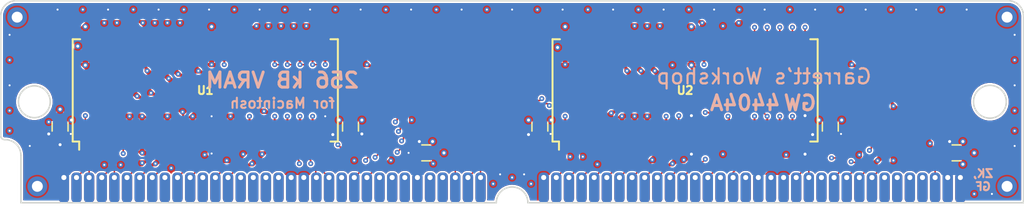
<source format=kicad_pcb>
(kicad_pcb (version 20211014) (generator pcbnew)
  (title_block (title "GW4404A") (date "2021-05-30") (rev "1.0") (company "Garrett's Workshop"))
  (layers (0 "F.Cu" signal) (1 "In1.Cu" power) (2 "In2.Cu" signal) (31 "B.Cu" power) (34 "B.Paste" user) (35 "F.Paste" user) (36 "B.SilkS" user "B.Silkscreen") (37 "F.SilkS" user "F.Silkscreen") (38 "B.Mask" user) (39 "F.Mask" user) (44 "Edge.Cuts" user))
  (net 0 "")
  (net 1 "+5V")
  (net 2 "/D0")
  (net 3 "/D1")
  (net 4 "/D2")
  (net 5 "/D3")
  (net 6 "GND")
  (net 7 "/D4")
  (net 8 "/D5")
  (net 9 "/D6")
  (net 10 "/D7")
  (net 11 "/A0")
  (net 12 "/A1")
  (net 13 "/A2")
  (net 14 "/A3")
  (net 15 "/A4")
  (net 16 "/A5")
  (net 17 "/A6")
  (net 18 "/A7")
  (net 19 "/D8")
  (net 20 "/D9")
  (net 21 "/D10")
  (net 22 "/D11")
  (net 23 "/D12")
  (net 24 "/D13")
  (net 25 "/D14")
  (net 26 "/D15")
  (net 27 "/A8")
  (net 28 "Net-(J1-Pad63)")
  (net 29 "/S14")
  (net 30 "/S15")
  (net 31 "/S13")
  (net 32 "/S12")
  (net 33 "Net-(J1-Pad51)")
  (net 34 "/U~{SE}")
  (net 35 "/U~{WE}")
  (net 36 "/S10")
  (net 37 "/S11")
  (net 38 "/U~{OE}")
  (net 39 "/S9")
  (net 40 "/S8")
  (net 41 "/SC")
  (net 42 "/L~{CAS}")
  (net 43 "/S6")
  (net 44 "/S7")
  (net 45 "/S5")
  (net 46 "/S4")
  (net 47 "/L~{SE}")
  (net 48 "/~{RAS}")
  (net 49 "/L~{WE}")
  (net 50 "/S2")
  (net 51 "/S3")
  (net 52 "/L~{OE}")
  (net 53 "/S1")
  (net 54 "/S0")
  (net 55 "/DSF")
  (net 56 "Net-(U1-Pad26)")
  (net 57 "Net-(U2-Pad26)")
  (net 58 "/U~{CAS}")
  (net 59 "/L~{OE}2")
  (net 60 "/L~{WE}2")
  (net 61 "/U~{OE}2")
  (net 62 "/U~{WE}2")
  (footprint "stdpads:PasteHole_1.1mm_PTH" (layer "F.Cu") (at 170.434 125.984)
    (fp_text reference "H3")
    (fp_text value " " hide)
  )
  (footprint "stdpads:PasteHole_1.1mm_PTH" (layer "F.Cu") (at 72.898 125.984)
    (fp_text reference "H2")
    (fp_text value " " hide)
  )
  (footprint "stdpads:Fiducial" (layer "F.Cu") (at 72.898 123.444)
    (fp_text reference "FID2" hide)
    (fp_text value "Fiducial" hide)
  )
  (footprint "stdpads:Fiducial" (layer "F.Cu") (at 170.434 123.444)
    (fp_text reference "FID3" hide)
    (fp_text value "Fiducial" hide)
  )
  (footprint "stdpads:C_0805" (layer "F.Cu") (at 75.184 120.015 90)
    (fp_text reference "C1")
    (fp_text value "2u2")
  )
  (footprint "stdpads:C_0805" (layer "F.Cu") (at 104.394 120.015 90)
    (fp_text reference "C2")
    (fp_text value "2u2")
  )
  (footprint "stdpads:Fiducial" (layer "F.Cu") (at 73.406 108.966)
    (fp_text reference "FID1" hide)
    (fp_text value "Fiducial" hide)
  )
  (footprint "stdpads:Fiducial" (layer "F.Cu") (at 167.894 108.966)
    (fp_text reference "FID4" hide)
    (fp_text value "Fiducial" hide)
  )
  (footprint "stdpads:PasteHole_1.1mm_PTH" (layer "F.Cu") (at 170.434 108.966)
    (fp_text reference "H4")
    (fp_text value " " hide)
  )
  (footprint "stdpads:PasteHole_1.1mm_PTH" (layer "F.Cu") (at 70.866 108.966)
    (fp_text reference "H1")
    (fp_text value " " hide)
  )
  (footprint "stdpads:C_0805" (layer "F.Cu") (at 123.444 120.015 90)
    (fp_text reference "C3")
    (fp_text value "2u2")
  )
  (footprint "stdpads:C_0805" (layer "F.Cu") (at 152.654 120.015 90)
    (fp_text reference "C4")
    (fp_text value "2u2")
  )
  (footprint "stdpads:C_0805" (layer "F.Cu") (at 165.315 122.6185)
    (fp_text reference "C6")
    (fp_text value "2u2")
  )
  (footprint "stdpads:MacVRAMSIMM_Edge" (layer "F.Cu") (at 120.65 127.635)
    (fp_text reference "J1" hide)
    (fp_text value "VRAM")
  )
  (footprint "stdpads:C_0805" (layer "F.Cu") (at 111.975 122.6185)
    (fp_text reference "C5")
    (fp_text value "2u2")
  )
  (footprint "stdpads:SOJ-40_400mil" (layer "F.Cu") (at 89.789 116.332 90)
    (fp_text reference "U1")
    (fp_text value "42C8128")
  )
  (footprint "stdpads:SOJ-40_400mil" (layer "F.Cu") (at 138.049 116.332 90)
    (fp_text reference "U2")
    (fp_text value "42C8128")
  )
  (gr_arc (start 119.0625 127.635) (mid 120.65 126.0475) (end 122.2375 127.635) (layer "Edge.Cuts") (width 0.15))
  (gr_arc (start 69.6595 121.285) (mid 70.782032 121.749968) (end 71.247 122.8725) (layer "Edge.Cuts") (width 0.15))
  (gr_line (start 69.215 120.904) (end 69.215 108.839) (layer "Edge.Cuts") (width 0.15))
  (gr_line (start 172.085 127.635) (end 172.085 108.839) (layer "Edge.Cuts") (width 0.15))
  (gr_line (start 122.2375 127.635) (end 172.085 127.635) (layer "Edge.Cuts") (width 0.15))
  (gr_line (start 71.247 127.635) (end 119.0625 127.635) (layer "Edge.Cuts") (width 0.15))
  (gr_line (start 71.247 122.8725) (end 71.247 127.635) (layer "Edge.Cuts") (width 0.15))
  (gr_circle (center 168.7068 117.475) (end 170.3578 117.475) (layer "Edge.Cuts") (width 0.15) (fill none))
  (gr_circle (center 72.5932 117.475) (end 74.1932 117.475) (layer "Edge.Cuts") (width 0.15) (fill none))
  (gr_line (start 70.739 107.315) (end 170.561 107.315) (layer "Edge.Cuts") (width 0.15))
  (gr_arc (start 170.561 107.315) (mid 171.638631 107.761369) (end 172.085 108.839) (layer "Edge.Cuts") (width 0.15))
  (gr_arc (start 69.215 108.839) (mid 69.661369 107.761369) (end 70.739 107.315) (layer "Edge.Cuts") (width 0.15))
  (gr_arc (start 69.596 121.285) (mid 69.326592 121.173408) (end 69.215 120.904) (layer "Edge.Cuts") (width 0.15))
  (gr_line (start 69.596 121.285) (end 69.6595 121.285) (layer "Edge.Cuts") (width 0.15))
  (gr_text "GW" (at 147.806214 117.602) (layer "B.SilkS") (effects (font (size 1.5 1.5) (thickness 0.3)) (justify right mirror)))
  (gr_text "for Macintosh" (at 97.536 117.6274) (layer "B.SilkS") (effects (font (size 1.016 1.016) (thickness 0.2032)) (justify mirror)))
  (gr_text "4404A" (at 147.785786 117.602) (layer "B.SilkS") (effects (font (size 1.5 1.5) (thickness 0.3)) (justify left mirror)))
  (gr_text "256 kB VRAM" (at 97.536 115.316) (layer "B.SilkS") (effects (font (size 1.524 1.524) (thickness 0.3)) (justify mirror)))
  (gr_text "Garrett’s Workshop" (at 145.9865 114.935) (layer "B.SilkS") (effects (font (size 1.524 1.524) (thickness 0.225)) (justify mirror)))
  (gr_text "ZK,\nGF" (at 168.021 125.349) (layer "B.SilkS") (effects (font (size 0.8128 0.8128) (thickness 0.2032)) (justify mirror)))
  (segment (start 150.114 120.802) (end 150.114 118.872) (width 0.6) (layer "F.Cu") (net 1))
  (segment (start 105.3855 120.865) (end 105.537 120.7135) (width 0.6) (layer "F.Cu") (net 1))
  (segment (start 104.394 120.865) (end 104.2425 120.7135) (width 0.6) (layer "F.Cu") (net 1))
  (segment (start 150.876 120.777) (end 152.566 120.777) (width 0.6) (layer "F.Cu") (net 1))
  (segment (start 145.415 125.095) (end 145.415 124.7775) (width 0.6) (layer "F.Cu") (net 1))
  (segment (start 104.2425 120.7135) (end 102.6795 120.7135) (width 0.6) (layer "F.Cu") (net 1))
  (segment (start 164.465 125.095) (end 164.465 122.6185) (width 0.8) (layer "F.Cu") (net 1))
  (segment (start 111.125 125.095) (end 111.125 122.6185) (width 0.8) (layer "F.Cu") (net 1))
  (segment (start 101.879 120.777) (end 101.854 120.802) (width 0.6) (layer "F.Cu") (net 1))
  (segment (start 150.114 120.802) (end 150.114 122.7455) (width 0.6) (layer "F.Cu") (net 1))
  (segment (start 138.684 120.802) (end 138.684 118.872) (width 0.6) (layer "F.Cu") (net 1))
  (segment (start 75.184 120.865) (end 75.184 121.793) (width 0.6) (layer "F.Cu") (net 1))
  (segment (start 75.184 120.865) (end 76.112 120.865) (width 0.5) (layer "F.Cu") (net 1))
  (segment (start 164.465 122.6185) (end 164.465 121.666) (width 0.6) (layer "F.Cu") (net 1))
  (segment (start 123.444 120.865) (end 124.372 120.865) (width 0.5) (layer "F.Cu") (net 1))
  (segment (start 90.424 120.802) (end 90.424 122.682) (width 0.5) (layer "F.Cu") (net 1))
  (segment (start 150.876 120.777) (end 150.139 120.777) (width 0.6) (layer "F.Cu") (net 1))
  (segment (start 153.582 120.865) (end 153.7335 120.7135) (width 0.5) (layer "F.Cu") (net 1))
  (segment (start 111.125 121.666) (end 111.3155 121.4755) (width 0.6) (layer "F.Cu") (net 1))
  (segment (start 146.6215 123.571) (end 149.2885 123.571) (width 0.6) (layer "F.Cu") (net 1))
  (segment (start 76.112 120.865) (end 76.2635 120.7135) (width 0.5) (layer "F.Cu") (net 1))
  (segment (start 164.465 121.666) (end 164.6555 121.4755) (width 0.6) (layer "F.Cu") (net 1))
  (segment (start 101.854 120.802) (end 101.854 118.9355) (width 0.5) (layer "F.Cu") (net 1))
  (segment (start 122.389 120.865) (end 122.301 120.777) (width 0.6) (layer "F.Cu") (net 1))
  (segment (start 102.616 120.777) (end 101.879 120.777) (width 0.6) (layer "F.Cu") (net 1))
  (segment (start 152.566 120.777) (end 152.654 120.865) (width 0.6) (layer "F.Cu") (net 1))
  (segment (start 90.424 120.802) (end 90.424 118.9355) (width 0.5) (layer "F.Cu") (net 1))
  (segment (start 150.139 120.777) (end 150.114 120.802) (width 0.6) (layer "F.Cu") (net 1))
  (segment (start 74.1925 120.865) (end 74.041 120.7135) (width 0.6) (layer "F.Cu") (net 1))
  (segment (start 75.184 120.865) (end 74.1925 120.865) (width 0.6) (layer "F.Cu") (net 1))
  (segment (start 104.394 120.865) (end 105.3855 120.865) (width 0.6) (layer "F.Cu") (net 1))
  (segment (start 111.125 122.6185) (end 111.125 121.666) (width 0.6) (layer "F.Cu") (net 1))
  (segment (start 102.6795 120.7135) (end 102.616 120.777) (width 0.6) (layer "F.Cu") (net 1))
  (segment (start 152.654 120.865) (end 153.582 120.865) (width 0.5) (layer "F.Cu") (net 1))
  (segment (start 138.684 120.802) (end 138.684 122.7455) (width 0.6) (layer "F.Cu") (net 1))
  (segment (start 123.444 120.865) (end 122.389 120.865) (width 0.6) (layer "F.Cu") (net 1))
  (segment (start 145.415 124.7775) (end 146.6215 123.571) (width 0.6) (layer "F.Cu") (net 1))
  (segment (start 149.2885 123.571) (end 150.114 122.7455) (width 0.6) (layer "F.Cu") (net 1))
  (segment (start 124.372 120.865) (end 124.5235 120.7135) (width 0.5) (layer "F.Cu") (net 1))
  (segment (start 111.125 122.6185) (end 110.236 122.6185) (width 0.5) (layer "F.Cu") (net 1))
  (via (at 150.114 118.872) (size 0.6) (drill 0.3) (layers "F.Cu" "B.Cu") (net 1))
  (via (at 150.876 120.777) (size 0.6) (drill 0.3) (layers "F.Cu" "B.Cu") (net 1))
  (via (at 115.57 108.204) (size 0.5) (drill 0.2) (layers "F.Cu" "B.Cu") (net 1))
  (via (at 100.33 108.204) (size 0.5) (drill 0.2) (layers "F.Cu" "B.Cu") (net 1))
  (via (at 80.01 108.204) (size 0.5) (drill 0.2) (layers "F.Cu" "B.Cu") (net 1))
  (via (at 125.73 108.204) (size 0.5) (drill 0.2) (layers "F.Cu" "B.Cu") (net 1))
  (via (at 135.89 108.204) (size 0.5) (drill 0.2) (layers "F.Cu" "B.Cu") (net 1))
  (via (at 161.29 108.204) (size 0.5) (drill 0.2) (layers "F.Cu" "B.Cu") (net 1))
  (via (at 140.97 108.204) (size 0.5) (drill 0.2) (layers "F.Cu" "B.Cu") (net 1))
  (via (at 95.25 108.204) (size 0.5) (drill 0.2) (layers "F.Cu" "B.Cu") (net 1))
  (via (at 130.81 108.204) (size 0.5) (drill 0.2) (layers "F.Cu" "B.Cu") (net 1))
  (via (at 151.13 108.204) (size 0.5) (drill 0.2) (layers "F.Cu" "B.Cu") (net 1))
  (via (at 105.41 108.204) (size 0.5) (drill 0.2) (layers "F.Cu" "B.Cu") (net 1))
  (via (at 120.65 108.204) (size 0.5) (drill 0.2) (layers "F.Cu" "B.Cu") (net 1))
  (via (at 156.21 108.204) (size 0.5) (drill 0.2) (layers "F.Cu" "B.Cu") (net 1))
  (via (at 166.37 108.204) (size 0.5) (drill 0.2) (layers "F.Cu" "B.Cu") (net 1))
  (via (at 90.17 108.204) (size 0.5) (drill 0.2) (layers "F.Cu" "B.Cu") (net 1))
  (via (at 146.05 108.204) (size 0.5) (drill 0.2) (layers "F.Cu" "B.Cu") (net 1))
  (via (at 85.09 108.204) (size 0.5) (drill 0.2) (layers "F.Cu" "B.Cu") (net 1))
  (via (at 110.49 108.204) (size 0.5) (drill 0.2) (layers "F.Cu" "B.Cu") (net 1))
  (via (at 74.93 108.204) (size 0.5) (drill 0.2) (layers "F.Cu" "B.Cu") (net 1))
  (via (at 171.196 110.744) (size 0.5) (drill 0.2) (layers "F.Cu" "B.Cu") (net 1))
  (via (at 171.196 115.824) (size 0.5) (drill 0.2) (layers "F.Cu" "B.Cu") (net 1))
  (via (at 70.104 115.824) (size 0.5) (drill 0.2) (layers "F.Cu" "B.Cu") (net 1))
  (via (at 70.104 110.744) (size 0.5) (drill 0.2) (layers "F.Cu" "B.Cu") (net 1))
  (via (at 171.196 121.92) (size 0.5) (drill 0.2) (layers "F.Cu" "B.Cu") (net 1))
  (via (at 72.136 121.92) (size 0.5) (drill 0.2) (layers "F.Cu" "B.Cu") (net 1))
  (via (at 168.91 126.746) (size 0.5) (drill 0.2) (layers "F.Cu" "B.Cu") (net 1))
  (via (at 119.4435 124.7775) (size 0.5) (drill 0.2) (layers "F.Cu" "B.Cu") (net 1))
  (via (at 121.8565 124.7775) (size 0.5) (drill 0.2) (layers "F.Cu" "B.Cu") (net 1))
  (via (at 76.2635 120.7135) (size 0.5) (drill 0.2) (layers "F.Cu" "B.Cu") (net 1))
  (via (at 110.236 122.6185) (size 0.5) (drill 0.2) (layers "F.Cu" "B.Cu") (net 1))
  (via (at 111.3155 121.4755) (size 0.6) (drill 0.3) (layers "F.Cu" "B.Cu") (net 1))
  (via (at 122.301 120.777) (size 0.6) (drill 0.3) (layers "F.Cu" "B.Cu") (net 1))
  (via (at 75.184 121.793) (size 0.6) (drill 0.3) (layers "F.Cu" "B.Cu") (net 1))
  (via (at 164.6555 121.4755) (size 0.6) (drill 0.3) (layers "F.Cu" "B.Cu") (net 1))
  (via (at 105.537 120.7135) (size 0.6) (drill 0.3) (layers "F.Cu" "B.Cu") (net 1))
  (via (at 138.684 118.872) (size 0.6) (drill 0.3) (layers "F.Cu" "B.Cu") (net 1))
  (via (at 150.114 122.7455) (size 0.6) (drill 0.3) (layers "F.Cu" "B.Cu") (net 1))
  (via (at 138.684 122.7455) (size 0.6) (drill 0.3) (layers "F.Cu" "B.Cu") (net 1))
  (via (at 153.7335 120.7135) (size 0.5) (drill 0.2) (layers "F.Cu" "B.Cu") (net 1))
  (via (at 124.5235 120.7135) (size 0.5) (drill 0.2) (layers "F.Cu" "B.Cu") (net 1))
  (via (at 90.424 118.9355) (size 0.5) (drill 0.2) (layers "F.Cu" "B.Cu") (net 1))
  (via (at 101.854 118.9355) (size 0.5) (drill 0.2) (layers "F.Cu" "B.Cu") (net 1))
  (via (at 90.424 122.682) (size 0.5) (drill 0.2) (layers "F.Cu" "B.Cu") (net 1))
  (via (at 102.616 120.777) (size 0.6) (drill 0.3) (layers "F.Cu" "B.Cu") (net 1))
  (via (at 74.041 120.7135) (size 0.6) (drill 0.3) (layers "F.Cu" "B.Cu") (net 1))
  (segment (start 111.125 125.095) (end 111.125 124.3965) (width 1) (layer "B.Cu") (net 1))
  (segment (start 164.465 125.095) (end 164.465 124.3965) (width 1) (layer "B.Cu") (net 1))
  (segment (start 75.565 125.095) (end 75.565 124.3965) (width 1) (layer "B.Cu") (net 1))
  (segment (start 145.415 125.095) (end 145.415 124.3965) (width 1) (layer "B.Cu") (net 1))
  (segment (start 83.566 124.206) (end 85.344 122.428) (width 0.15) (layer "F.Cu") (net 2))
  (segment (start 82.804 124.206) (end 83.566 124.206) (width 0.15) (layer "F.Cu") (net 2))
  (segment (start 81.915 125.095) (end 82.804 124.206) (width 0.15) (layer "F.Cu") (net 2))
  (segment (start 85.344 122.428) (end 85.344 120.802) (width 0.15) (layer "F.Cu") (net 2))
  (segment (start 86.614 122.555) (end 84.963 124.206) (width 0.15) (layer "F.Cu") (net 3))
  (segment (start 84.963 124.206) (end 84.074 124.206) (width 0.15) (layer "F.Cu") (net 3))
  (segment (start 84.074 124.206) (end 83.185 125.095) (width 0.15) (layer "F.Cu") (net 3))
  (segment (start 86.614 120.802) (end 86.614 122.555) (width 0.15) (layer "F.Cu") (net 3))
  (segment (start 94.742 124.206) (end 92.964 124.206) (width 0.15) (layer "F.Cu") (net 4))
  (segment (start 95.885 118.9355) (end 96.139 119.1895) (width 0.15) (layer "F.Cu") (net 4))
  (segment (start 96.139 122.809) (end 94.742 124.206) (width 0.15) (layer "F.Cu") (net 4))
  (segment (start 88.646 118.11) (end 94.5515 118.11) (width 0.15) (layer "F.Cu") (net 4))
  (segment (start 87.884 118.872) (end 88.646 118.11) (width 0.15) (layer "F.Cu") (net 4))
  (segment (start 87.884 120.802) (end 87.884 118.872) (width 0.15) (layer "F.Cu") (net 4))
  (segment (start 92.964 124.206) (end 92.075 125.095) (width 0.15) (layer "F.Cu") (net 4))
  (segment (start 94.5515 118.11) (end 95.377 118.9355) (width 0.15) (layer "F.Cu") (net 4))
  (segment (start 96.139 119.1895) (end 96.139 122.809) (width 0.15) (layer "F.Cu") (net 4))
  (segment (start 95.377 118.9355) (end 95.885 118.9355) (width 0.15) (layer "F.Cu") (net 4))
  (segment (start 91.694 124.206) (end 90.805 125.095) (width 0.15) (layer "F.Cu") (net 5))
  (segment (start 92.837 123.8885) (end 92.5195 124.206) (width 0.15) (layer "F.Cu") (net 5))
  (segment (start 94.869 122.6185) (end 93.599 123.8885) (width 0.15) (layer "F.Cu") (net 5))
  (segment (start 92.5195 124.206) (end 91.694 124.206) (width 0.15) (layer "F.Cu") (net 5))
  (segment (start 89.154 120.802) (end 89.154 118.872) (width 0.15) (layer "F.Cu") (net 5))
  (segment (start 94.4245 118.4275) (end 94.869 118.872) (width 0.15) (layer "F.Cu") (net 5))
  (segment (start 89.5985 118.4275) (end 94.4245 118.4275) (width 0.15) (layer "F.Cu") (net 5))
  (segment (start 93.599 123.8885) (end 92.837 123.8885) (width 0.15) (layer "F.Cu") (net 5))
  (segment (start 89.154 118.872) (end 89.5985 118.4275) (width 0.15) (layer "F.Cu") (net 5))
  (segment (start 94.869 118.872) (end 94.869 122.6185) (width 0.15) (layer "F.Cu") (net 5))
  (segment (start 125.984 111.862) (end 125.984 109.9185) (width 0.6) (layer "F.Cu") (net 6))
  (segment (start 138.684 111.862) (end 138.684 109.9185) (width 0.6) (layer "F.Cu") (net 6))
  (segment (start 138.684 111.862) (end 138.684 113.792) (width 0.6) (layer "F.Cu") (net 6))
  (segment (start 124.4355 119.165) (end 124.587 119.3165) (width 0.6) (layer "F.Cu") (net 6))
  (segment (start 123.444 119.165) (end 124.4355 119.165) (width 0.6) (layer "F.Cu") (net 6))
  (segment (start 122.4525 119.165) (end 122.301 119.3165) (width 0.6) (layer "F.Cu") (net 6))
  (segment (start 123.444 119.165) (end 122.4525 119.165) (width 0.6) (layer "F.Cu") (net 6))
  (segment (start 152.654 119.165) (end 153.6455 119.165) (width 0.6) (layer "F.Cu") (net 6))
  (segment (start 151.6625 119.165) (end 151.511 119.3165) (width 0.6) (layer "F.Cu") (net 6))
  (segment (start 152.654 119.165) (end 151.6625 119.165) (width 0.6) (layer "F.Cu") (net 6))
  (segment (start 153.6455 119.165) (end 153.797 119.3165) (width 0.6) (layer "F.Cu") (net 6))
  (segment (start 112.825 121.6515) (end 112.649 121.4755) (width 0.6) (layer "F.Cu") (net 6))
  (segment (start 166.165 122.6185) (end 167.132 122.6185) (width 0.6) (layer "F.Cu") (net 6))
  (segment (start 103.4025 119.165) (end 103.251 119.3165) (width 0.6) (layer "F.Cu") (net 6))
  (segment (start 76.987 111.862) (end 76.962 111.887) (width 0.6) (layer "F.Cu") (net 6))
  (segment (start 105.3855 119.165) (end 105.537 119.3165) (width 0.6) (layer "F.Cu") (net 6))
  (segment (start 125.984 111.862) (end 125.832 112.014) (width 0.6) (layer "F.Cu") (net 6))
  (segment (start 166.165 123.5855) (end 165.989 123.7615) (width 0.6) (layer "F.Cu") (net 6))
  (segment (start 90.424 111.862) (end 90.424 113.7285) (width 0.5) (layer "F.Cu") (net 6))
  (segment (start 112.825 122.6185) (end 113.792 122.6185) (width 0.6) (layer "F.Cu") (net 6))
  (segment (start 75.184 119.165) (end 75.184 118.237) (width 0.6) (layer "F.Cu") (net 6))
  (segment (start 125.832 112.014) (end 125.222 112.014) (width 0.6) (layer "F.Cu") (net 6))
  (segment (start 99.695 125.095) (end 99.695 124.7775) (width 1) (layer "F.Cu") (net 6))
  (segment (start 77.724 111.862) (end 76.987 111.862) (width 0.6) (layer "F.Cu") (net 6))
  (segment (start 98.425 124.2695) (end 98.425 124.7775) (width 1) (layer "F.Cu") (net 6))
  (segment (start 147.955 125.095) (end 147.955 124.7775) (width 1) (layer "F.Cu") (net 6))
  (segment (start 112.825 123.5855) (end 112.7125 123.698) (width 0.5) (layer "F.Cu") (net 6))
  (segment (start 77.724 111.862) (end 77.724 109.9185) (width 0.6) (layer "F.Cu") (net 6))
  (segment (start 166.165 121.6515) (end 165.989 121.4755) (width 0.6) (layer "F.Cu") (net 6))
  (segment (start 123.825 125.095) (end 123.825 124.46) (width 1) (layer "F.Cu") (net 6))
  (segment (start 125.984 111.862) (end 125.984 113.7285) (width 0.5) (layer "F.Cu") (net 6))
  (segment (start 75.184 119.165) (end 76.1755 119.165) (width 0.6) (layer "F.Cu") (net 6))
  (segment (start 104.394 119.165) (end 105.3855 119.165) (width 0.6) (layer "F.Cu") (net 6))
  (segment (start 112.825 122.6185) (end 112.825 121.6515) (width 0.6) (layer "F.Cu") (net 6))
  (segment (start 75.184 119.165) (end 74.3195 119.165) (width 0.5) (layer "F.Cu") (net 6))
  (segment (start 97.917 123.7615) (end 98.425 124.2695) (width 1) (layer "F.Cu") (net 6))
  (segment (start 76.1755 119.165) (end 76.327 119.3165) (width 0.6) (layer "F.Cu") (net 6))
  (segment (start 90.424 111.862) (end 90.424 109.9185) (width 0.6) (layer "F.Cu") (net 6))
  (segment (start 104.394 119.165) (end 103.4025 119.165) (width 0.6) (layer "F.Cu") (net 6))
  (segment (start 166.165 122.6185) (end 166.165 123.5855) (width 0.6) (layer "F.Cu") (net 6))
  (segment (start 166.165 122.6185) (end 166.165 121.6515) (width 0.6) (layer "F.Cu") (net 6))
  (segment (start 112.825 122.6185) (end 112.825 123.5855) (width 0.5) (layer "F.Cu") (net 6))
  (segment (start 77.724 111.862) (end 77.724 113.792) (width 0.6) (layer "F.Cu") (net 6))
  (via (at 120.65 125.095) (size 0.508) (drill 0.2) (layers "F.Cu" "B.Cu") (net 6))
  (via (at 118.745 125.73) (size 0.508) (drill 0.2) (layers "F.Cu" "B.Cu") (net 6))
  (via (at 125.984 109.9185) (size 0.6) (drill 0.3) (layers "F.Cu" "B.Cu") (net 6))
  (via (at 138.684 109.9185) (size 0.6) (drill 0.3) (layers "F.Cu" "B.Cu") (net 6))
  (via (at 138.684 113.792) (size 0.6) (drill 0.3) (layers "F.Cu" "B.Cu") (net 6))
  (via (at 122.301 119.3165) (size 0.6) (drill 0.3) (layers "F.Cu" "B.Cu") (net 6))
  (via (at 124.587 119.3165) (size 0.6) (drill 0.3) (layers "F.Cu" "B.Cu") (net 6))
  (via (at 151.511 119.3165) (size 0.6) (drill 0.3) (layers "F.Cu" "B.Cu") (net 6))
  (via (at 153.797 119.3165) (size 0.6) (drill 0.3) (layers "F.Cu" "B.Cu") (net 6))
  (via (at 122.555 125.73) (size 0.508) (drill 0.2) (layers "F.Cu" "B.Cu") (net 6))
  (via (at 135.509 109.855) (size 0.5) (drill 0.2) (layers "F.Cu" "B.Cu") (net 6))
  (via (at 83.947 114.3635) (size 0.5) (drill 0.2) (layers "F.Cu" "B.Cu") (net 6))
  (via (at 126.492 122.9995) (size 0.5) (drill 0.2) (layers "F.Cu" "B.Cu") (net 6))
  (via (at 127.762 122.9995) (size 0.5) (drill 0.2) (layers "F.Cu" "B.Cu") (net 6))
  (via (at 136.779 113.792) (size 0.5) (drill 0.2) (layers "F.Cu" "B.Cu") (net 6))
  (via (at 84.328 116.586) (size 0.5) (drill 0.2) (layers "F.Cu" "B.Cu") (net 6))
  (via (at 82.931 116.9035) (size 0.5) (drill 0.2) (layers "F.Cu" "B.Cu") (net 6))
  (via (at 77.47 108.204) (size 0.5) (drill 0.2) (layers "F.Cu" "B.Cu") (net 6))
  (via (at 123.19 108.204) (size 0.5) (drill 0.2) (layers "F.Cu" "B.Cu") (net 6))
  (via (at 118.11 108.204) (size 0.5) (drill 0.2) (layers "F.Cu" "B.Cu") (net 6))
  (via (at 113.03 108.204) (size 0.5) (drill 0.2) (layers "F.Cu" "B.Cu") (net 6))
  (via (at 102.87 108.204) (size 0.5) (drill 0.2) (layers "F.Cu" "B.Cu") (net 6))
  (via (at 107.95 108.204) (size 0.5) (drill 0.2) (layers "F.Cu" "B.Cu") (net 6))
  (via (at 97.79 108.204) (size 0.5) (drill 0.2) (layers "F.Cu" "B.Cu") (net 6))
  (via (at 92.71 108.204) (size 0.5) (drill 0.2) (layers "F.Cu" "B.Cu") (net 6))
  (via (at 87.63 108.204) (size 0.5) (drill 0.2) (layers "F.Cu" "B.Cu") (net 6))
  (via (at 82.55 108.204) (size 0.5) (drill 0.2) (layers "F.Cu" "B.Cu") (net 6))
  (via (at 163.83 108.204) (size 0.5) (drill 0.2) (layers "F.Cu" "B.Cu") (net 6))
  (via (at 148.59 108.204) (size 0.5) (drill 0.2) (layers "F.Cu" "B.Cu") (net 6))
  (via (at 128.27 108.204) (size 0.5) (drill 0.2) (layers "F.Cu" "B.Cu") (net 6))
  (via (at 143.51 108.204) (size 0.5) (drill 0.2) (layers "F.Cu" "B.Cu") (net 6))
  (via (at 153.67 108.204) (size 0.5) (drill 0.2) (layers "F.Cu" "B.Cu") (net 6))
  (via (at 138.43 108.204) (size 0.5) (drill 0.2) (layers "F.Cu" "B.Cu") (net 6))
  (via (at 133.35 108.204) (size 0.5) (drill 0.2) (layers "F.Cu" "B.Cu") (net 6))
  (via (at 158.75 108.204) (size 0.5) (drill 0.2) (layers "F.Cu" "B.Cu") (net 6))
  (via (at 171.196 113.284) (size 0.5) (drill 0.2) (layers "F.Cu" "B.Cu") (net 6))
  (via (at 171.196 118.364) (size 0.5) (drill 0.2) (layers "F.Cu" "B.Cu") (net 6))
  (via (at 70.104 113.284) (size 0.5) (drill 0.2) (layers "F.Cu" "B.Cu") (net 6))
  (via (at 70.104 118.364) (size 0.5) (drill 0.2) (layers "F.Cu" "B.Cu") (net 6))
  (via (at 70.104 120.396) (size 0.5) (drill 0.2) (layers "F.Cu" "B.Cu") (net 6))
  (via (at 171.196 120.396) (size 0.5) (drill 0.2) (layers "F.Cu" "B.Cu") (net 6))
  (via (at 167.132 126.746) (size 0.5) (drill 0.2) (layers "F.Cu" "B.Cu") (net 6))
  (via (at 89.0905 114.3635) (size 0.5) (drill 0.2) (layers "F.Cu" "B.Cu") (net 6))
  (via (at 79.629 109.5375) (size 0.5) (drill 0.2) (layers "F.Cu" "B.Cu") (net 6))
  (via (at 83.5025 109.5375) (size 0.5) (drill 0.2) (layers "F.Cu" "B.Cu") (net 6))
  (via (at 87.0585 114.681) (size 0.5) (drill 0.2) (layers "F.Cu" "B.Cu") (net 6))
  (via (at 86.106 115.1255) (size 0.5) (drill 0.2) (layers "F.Cu" "B.Cu") (net 6))
  (via (at 132.969 109.855) (size 0.5) (drill 0.2) (layers "F.Cu" "B.Cu") (net 6))
  (via (at 134.239 109.855) (size 0.5) (drill 0.2) (layers "F.Cu" "B.Cu") (net 6))
  (via (at 96.139 109.855) (size 0.5) (drill 0.2) (layers "F.Cu" "B.Cu") (net 6))
  (via (at 97.409 109.855) (size 0.5) (drill 0.2) (layers "F.Cu" "B.Cu") (net 6))
  (via (at 98.679 109.855) (size 0.5) (drill 0.2) (layers "F.Cu" "B.Cu") (net 6))
  (via (at 99.949 109.855) (size 0.5) (drill 0.2) (layers "F.Cu" "B.Cu") (net 6))
  (via (at 94.9325 109.855) (size 0.5) (drill 0.2) (layers "F.Cu" "B.Cu") (net 6))
  (via (at 84.709 109.5375) (size 0.5) (drill 0.2) (layers "F.Cu" "B.Cu") (net 6))
  (via (at 85.979 109.5375) (size 0.5) (drill 0.2) (layers "F.Cu" "B.Cu") (net 6))
  (via (at 87.249 109.5375) (size 0.5) (drill 0.2) (layers "F.Cu" "B.Cu") (net 6))
  (via (at 80.899 109.5375) (size 0.5) (drill 0.2) (layers "F.Cu" "B.Cu") (net 6))
  (via (at 143.4465 109.5375) (size 0.5) (drill 0.2) (layers "F.Cu" "B.Cu") (net 6))
  (via (at 141.859 109.855) (size 0.5) (drill 0.2) (layers "F.Cu" "B.Cu") (net 6))
  (via (at 132.207 114.3635) (size 0.5) (drill 0.2) (layers "F.Cu" "B.Cu") (net 6))
  (via (at 86.36 124.1425) (size 0.5) (drill 0.2) (layers "F.Cu" "B.Cu") (net 6))
  (via (at 89.7255 122.809) (size 0.5) (drill 0.2) (layers "F.Cu" "B.Cu") (net 6))
  (via (at 148.209 122.809) (size 0.5) (drill 0.2) (layers "F.Cu" "B.Cu") (net 6))
  (via (at 135.001 114.3635) (size 0.5) (drill 0.2) (layers "F.Cu" "B.Cu") (net 6))
  (via (at 81.28 123.825) (size 0.5) (drill 0.2) (layers "F.Cu" "B.Cu") (net 6))
  (via (at 79.629 123.825) (size 0.5) (drill 0.2) (layers "F.Cu" "B.Cu") (net 6))
  (via (at 83.439 122.6185) (size 0.5) (drill 0.2) (layers "F.Cu" "B.Cu") (net 6))
  (via (at 83.439 123.6345) (size 0.5) (drill 0.2) (layers "F.Cu" "B.Cu") (net 6))
  (via (at 84.7725 123.698) (size 0.5) (drill 0.2) (layers "F.Cu" "B.Cu") (net 6))
  (via (at 87.503 118.491) (size 0.5) (drill 0.2) (layers "F.Cu" "B.Cu") (net 6))
  (via (at 85.979 118.9355) (size 0.5) (drill 0.2) (layers "F.Cu" "B.Cu") (net 6))
  (via (at 82.169 118.9355) (size 0.5) (drill 0.2) (layers "F.Cu" "B.Cu") (net 6))
  (via (at 83.439 118.9355) (size 0.5) (drill 0.2) (layers "F.Cu" "B.Cu") (net 6))
  (via (at 129.2225 123.7615) (size 0.5) (drill 0.2) (layers "F.Cu" "B.Cu") (net 6))
  (via (at 134.747 123.317) (size 0.5) (drill 0.2) (layers "F.Cu" "B.Cu") (net 6))
  (via (at 132.969 118.9355) (size 0.5) (drill 0.2) (layers "F.Cu" "B.Cu") (net 6))
  (via (at 134.239 118.9355) (size 0.5) (drill 0.2) (layers "F.Cu" "B.Cu") (net 6))
  (via (at 131.699 118.9355) (size 0.5) (drill 0.2) (layers "F.Cu" "B.Cu") (net 6))
  (via (at 130.6195 118.618) (size 0.5) (drill 0.2) (layers "F.Cu" "B.Cu") (net 6))
  (via (at 137.922 123.317) (size 0.5) (drill 0.2) (layers "F.Cu" "B.Cu") (net 6))
  (via (at 93.599 122.7455) (size 0.5) (drill 0.2) (layers "F.Cu" "B.Cu") (net 6))
  (via (at 92.329 118.9355) (size 0.5) (drill 0.2) (layers "F.Cu" "B.Cu") (net 6))
  (via (at 88.519 118.9355) (size 0.5) (drill 0.2) (layers "F.Cu" "B.Cu") (net 6))
  (via (at 94.488 123.698) (size 0.5) (drill 0.2) (layers "F.Cu" "B.Cu") (net 6))
  (via (at 91.948 123.3805) (size 0.5) (drill 0.2) (layers "F.Cu" "B.Cu") (net 6))
  (via (at 95.6945 118.4275) (size 0.5) (drill 0.2) (layers "F.Cu" "B.Cu") (net 6))
  (via (at 136.779 123.698) (size 0.5) (drill 0.2) (layers "F.Cu" "B.Cu") (net 6))
  (via (at 141.859 122.7455) (size 0.5) (drill 0.2) (layers "F.Cu" "B.Cu") (net 6))
  (via (at 155.575 122.809) (size 0.5) (drill 0.2) (layers "F.Cu" "B.Cu") (net 6))
  (via (at 157.4165 123.3805) (size 0.5) (drill 0.2) (layers "F.Cu" "B.Cu") (net 6))
  (via (at 104.775 123.3805) (size 0.5) (drill 0.2) (layers "F.Cu" "B.Cu") (net 6))
  (via (at 133.604 114.3635) (size 0.5) (drill 0.2) (layers "F.Cu" "B.Cu") (net 6))
  (via (at 139.7635 109.5375) (size 0.5) (drill 0.2) (layers "F.Cu" "B.Cu") (net 6))
  (via (at 106.045 113.7285) (size 0.5) (drill 0.2) (layers "F.Cu" "B.Cu") (net 6))
  (via (at 110.5535 119.3165) (size 0.5) (drill 0.2) (layers "F.Cu" "B.Cu") (net 6))
  (via (at 159.004 117.9195) (size 0.5) (drill 0.2) (layers "F.Cu" "B.Cu") (net 6))
  (via (at 154.813 113.7285) (size 0.5) (drill 0.2) (layers "F.Cu" "B.Cu") (net 6))
  (via (at 162.687 121.666) (size 0.5) (drill 0.2) (layers "F.Cu" "B.Cu") (net 6))
  (via (at 159.004 123.3805) (size 0.5) (drill 0.2) (layers "F.Cu" "B.Cu") (net 6))
  (via (at 108.458 123.3805) (size 0.5) (drill 0.2) (layers "F.Cu" "B.Cu") (net 6))
  (via (at 95.504 122.7455) (size 0.5) (drill 0.2) (layers "F.Cu" "B.Cu") (net 6))
  (via (at 103.251 119.3165) (size 0.6) (drill 0.3) (layers "F.Cu" "B.Cu") (net 6))
  (via (at 167.132 122.6185) (size 0.6) (drill 0.3) (layers "F.Cu" "B.Cu") (net 6))
  (via (at 75.184 118.237) (size 0.6) (drill 0.3) (layers "F.Cu" "B.Cu") (net 6))
  (via (at 165.989 121.4755) (size 0.6) (drill 0.3) (layers "F.Cu" "B.Cu") (net 6))
  (via (at 74.041 119.507) (size 0.5) (drill 0.2) (layers "F.Cu" "B.Cu") (net 6))
  (via (at 90.424 113.7285) (size 0.5) (drill 0.2) (layers "F.Cu" "B.Cu") (net 6))
  (via (at 125.984 113.7285) (size 0.5) (drill 0.2) (layers "F.Cu" "B.Cu") (net 6))
  (via (at 125.222 112.014) (size 0.6) (drill 0.3) (layers "F.Cu" "B.Cu") (net 6))
  (via (at 112.7125 123.698) (size 0.5) (drill 0.2) (layers "F.Cu" "B.Cu") (net 6))
  (via (at 77.724 113.792) (size 0.6) (drill 0.3) (layers "F.Cu" "B.Cu") (net 6))
  (via (at 165.989 123.7615) (size 0.6) (drill 0.3) (layers "F.Cu" "B.Cu") (net 6))
  (via (at 113.792 122.6185) (size 0.6) (drill 0.3) (layers "F.Cu" "B.Cu") (net 6))
  (via (at 90.424 109.9185) (size 0.6) (drill 0.3) (layers "F.Cu" "B.Cu") (net 6))
  (via (at 105.537 119.3165) (size 0.6) (drill 0.3) (layers "F.Cu" "B.Cu") (net 6))
  (via (at 76.962 111.887) (size 0.6) (drill 0.3) (layers "F.Cu" "B.Cu") (net 6))
  (via (at 112.649 121.4755) (size 0.6) (drill 0.3) (layers "F.Cu" "B.Cu") (net 6))
  (via (at 77.724 109.9185) (size 0.6) (drill 0.3) (layers "F.Cu" "B.Cu") (net 6))
  (via (at 76.327 119.3165) (size 0.6) (drill 0.3) (layers "F.Cu" "B.Cu") (net 6))
  (segment (start 96.012 114.554) (end 96.393 114.935) (width 0.15) (layer "F.Cu") (net 7))
  (segment (start 89.154 113.7285) (end 89.9795 114.554) (width 0.15) (layer "F.Cu") (net 7))
  (segment (start 97.155 114.935) (end 97.4725 115.2525) (width 0.15) (layer "F.Cu") (net 7))
  (segment (start 99.7585 115.8875) (end 100.5205 115.8875) (width 0.15) (layer "F.Cu") (net 7))
  (segment (start 106.426 124.206) (end 105.664 124.206) (width 0.15) (layer "F.Cu") (net 7))
  (segment (start 105.664 124.206) (end 104.775 125.095) (width 0.15) (layer "F.Cu") (net 7))
  (segment (start 100.9015 116.2685) (end 105.6005 116.2685) (width 0.15) (layer "F.Cu") (net 7))
  (segment (start 105.6005 116.2685) (end 107.7595 118.4275) (width 0.15) (layer "F.Cu") (net 7))
  (segment (start 107.7595 118.4275) (end 107.7595 122.8725) (width 0.15) (layer "F.Cu") (net 7))
  (segment (start 89.154 111.862) (end 89.154 113.7285) (width 0.15) (layer "F.Cu") (net 7))
  (segment (start 98.298 115.2525) (end 98.6155 115.57) (width 0.15) (layer "F.Cu") (net 7))
  (segment (start 89.9795 114.554) (end 96.012 114.554) (width 0.15) (layer "F.Cu") (net 7))
  (segment (start 96.393 114.935) (end 97.155 114.935) (width 0.15) (layer "F.Cu") (net 7))
  (segment (start 98.6155 115.57) (end 99.441 115.57) (width 0.15) (layer "F.Cu") (net 7))
  (segment (start 99.441 115.57) (end 99.7585 115.8875) (width 0.15) (layer "F.Cu") (net 7))
  (segment (start 97.4725 115.2525) (end 98.298 115.2525) (width 0.15) (layer "F.Cu") (net 7))
  (segment (start 107.7595 122.8725) (end 106.426 124.206) (width 0.15) (layer "F.Cu") (net 7))
  (segment (start 100.5205 115.8875) (end 100.9015 116.2685) (width 0.15) (layer "F.Cu") (net 7))
  (segment (start 89.789 113.919) (end 90.1065 114.2365) (width 0.15) (layer "F.Cu") (net 8))
  (segment (start 87.884 111.862) (end 87.884 110.1725) (width 0.15) (layer "F.Cu") (net 8))
  (segment (start 99.8855 115.57) (end 100.6475 115.57) (width 0.15) (layer "F.Cu") (net 8))
  (segment (start 96.52 114.6175) (end 97.282 114.6175) (width 0.15) (layer "F.Cu") (net 8))
  (segment (start 98.425 114.935) (end 98.7425 115.2525) (width 0.15) (layer "F.Cu") (net 8))
  (segment (start 97.5995 114.935) (end 98.425 114.935) (width 0.15) (layer "F.Cu") (net 8))
  (segment (start 105.7275 115.951) (end 108.077 118.3005) (width 0.15) (layer "F.Cu") (net 8))
  (segment (start 88.3285 109.728) (end 89.3445 109.728) (width 0.15) (layer "F.Cu") (net 8))
  (segment (start 101.0285 115.951) (end 105.7275 115.951) (width 0.15) (layer "F.Cu") (net 8))
  (segment (start 96.139 114.2365) (end 96.52 114.6175) (width 0.15) (layer "F.Cu") (net 8))
  (segment (start 108.077 118.3005) (end 108.077 123.063) (width 0.15) (layer "F.Cu") (net 8))
  (segment (start 98.7425 115.2525) (end 99.568 115.2525) (width 0.15) (layer "F.Cu") (net 8))
  (segment (start 100.6475 115.57) (end 101.0285 115.951) (width 0.15) (layer "F.Cu") (net 8))
  (segment (start 99.568 115.2525) (end 99.8855 115.57) (width 0.15) (layer "F.Cu") (net 8))
  (segment (start 90.1065 114.2365) (end 96.139 114.2365) (width 0.15) (layer "F.Cu") (net 8))
  (segment (start 108.077 123.063) (end 106.045 125.095) (width 0.15) (layer "F.Cu") (net 8))
  (segment (start 87.884 110.1725) (end 88.3285 109.728) (width 0.15) (layer "F.Cu") (net 8))
  (segment (start 89.3445 109.728) (end 89.789 110.1725) (width 0.15) (layer "F.Cu") (net 8))
  (segment (start 89.789 110.1725) (end 89.789 113.919) (width 0.15) (layer "F.Cu") (net 8))
  (segment (start 97.282 114.6175) (end 97.5995 114.935) (width 0.15) (layer "F.Cu") (net 8))
  (segment (start 98.171 115.57) (end 97.3455 115.57) (width 0.15) (layer "F.Cu") (net 9))
  (segment (start 107.442 118.5545) (end 105.4735 116.586) (width 0.15) (layer "F.Cu") (net 9))
  (segment (start 86.614 113.538) (end 86.614 111.862) (width 0.15) (layer "F.Cu") (net 9))
  (segment (start 99.6315 116.205) (end 99.314 115.8875) (width 0.15) (layer "F.Cu") (net 9))
  (segment (start 100.3935 116.205) (end 99.6315 116.205) (width 0.15) (layer "F.Cu") (net 9))
  (segment (start 97.3455 115.57) (end 97.028 115.2525) (width 0.15) (layer "F.Cu") (net 9))
  (segment (start 105.4735 116.586) (end 100.7745 116.586) (width 0.15) (layer "F.Cu") (net 9))
  (segment (start 99.314 115.8875) (end 98.4885 115.8875) (width 0.15) (layer "F.Cu") (net 9))
  (segment (start 97.028 115.2525) (end 96.266 115.2525) (width 0.15) (layer "F.Cu") (net 9))
  (segment (start 98.4885 115.8875) (end 98.171 115.57) (width 0.15) (layer "F.Cu") (net 9))
  (segment (start 106.8705 123.063) (end 107.442 122.4915) (width 0.15) (layer "F.Cu") (net 9))
  (segment (start 87.9475 114.8715) (end 86.614 113.538) (width 0.15) (layer "F.Cu") (net 9))
  (segment (start 100.7745 116.586) (end 100.3935 116.205) (width 0.15) (layer "F.Cu") (net 9))
  (segment (start 96.266 115.2525) (end 95.885 114.8715) (width 0.15) (layer "F.Cu") (net 9))
  (segment (start 95.885 114.8715) (end 87.9475 114.8715) (width 0.15) (layer "F.Cu") (net 9))
  (segment (start 107.442 122.4915) (end 107.442 118.5545) (width 0.15) (layer "F.Cu") (net 9))
  (via (at 106.8705 123.063) (size 0.5) (drill 0.2) (layers "F.Cu" "B.Cu") (net 9))
  (segment (start 97.155 115.8875) (end 96.8375 115.57) (width 0.15) (layer "F.Cu") (net 10))
  (segment (start 98.3615 116.205) (end 98.044 115.8875) (width 0.15) (layer "F.Cu") (net 10))
  (segment (start 107.1245 118.6815) (end 105.3465 116.9035) (width 0.15) (layer "F.Cu") (net 10))
  (segment (start 86.868 115.189) (end 85.344 113.665) (width 0.15) (layer "F.Cu") (net 10))
  (segment (start 95.758 115.189) (end 86.868 115.189) (width 0.15) (layer "F.Cu") (net 10))
  (segment (start 85.344 113.665) (end 85.344 111.862) (width 0.15) (layer "F.Cu") (net 10))
  (segment (start 107.1245 122.1105) (end 107.1245 118.6815) (width 0.15) (layer "F.Cu") (net 10))
  (segment (start 100.6475 116.9035) (end 100.2665 116.5225) (width 0.15) (layer "F.Cu") (net 10))
  (segment (start 96.8375 115.57) (end 96.139 115.57) (width 0.15) (layer "F.Cu") (net 10))
  (segment (start 105.918 123.3805) (end 105.918 123.317) (width 0.15) (layer "F.Cu") (net 10))
  (segment (start 100.2665 116.5225) (end 99.5045 116.5225) (width 0.15) (layer "F.Cu") (net 10))
  (segment (start 98.044 115.8875) (end 97.155 115.8875) (width 0.15) (layer "F.Cu") (net 10))
  (segment (start 99.5045 116.5225) (end 99.187 116.205) (width 0.15) (layer "F.Cu") (net 10))
  (segment (start 96.139 115.57) (end 95.758 115.189) (width 0.15) (layer "F.Cu") (net 10))
  (segment (start 105.3465 116.9035) (end 100.6475 116.9035) (width 0.15) (layer "F.Cu") (net 10))
  (segment (start 99.187 116.205) (end 98.3615 116.205) (width 0.15) (layer "F.Cu") (net 10))
  (segment (start 105.918 123.317) (end 107.1245 122.1105) (width 0.15) (layer "F.Cu") (net 10))
  (via (at 105.918 123.3805) (size 0.5) (drill 0.2) (layers "F.Cu" "B.Cu") (net 10))
  (segment (start 109.093 118.364) (end 105.918 115.189) (width 0.15) (layer "F.Cu") (net 11))
  (segment (start 145.034 111.862) (end 145.034 109.982) (width 0.15) (layer "F.Cu") (net 11))
  (segment (start 100.1395 114.8715) (end 99.822 114.554) (width 0.15) (layer "F.Cu") (net 11))
  (segment (start 101.219 115.189) (end 100.9015 114.8715) (width 0.15) (layer "F.Cu") (net 11))
  (segment (start 108.9025 119.507) (end 109.093 119.3165) (width 0.15) (layer "F.Cu") (net 11))
  (segment (start 109.093 119.3165) (end 109.093 118.364) (width 0.15) (layer "F.Cu") (net 11))
  (segment (start 97.8535 114.2365) (end 97.3582 113.7412) (width 0.15) (layer "F.Cu") (net 11))
  (segment (start 96.774 113.7412) (end 96.774 111.862) (width 0.15) (layer "F.Cu") (net 11))
  (segment (start 97.3582 113.7412) (end 96.774 113.7412) (width 0.15) (layer "F.Cu") (net 11))
  (segment (start 98.679 114.2365) (end 97.8535 114.2365) (width 0.15) (layer "F.Cu") (net 11))
  (segment (start 105.918 115.189) (end 101.219 115.189) (width 0.15) (layer "F.Cu") (net 11))
  (segment (start 98.9965 114.554) (end 98.679 114.2365) (width 0.15) (layer "F.Cu") (net 11))
  (segment (start 100.9015 114.8715) (end 100.1395 114.8715) (width 0.15) (layer "F.Cu") (net 11))
  (segment (start 99.822 114.554) (end 98.9965 114.554) (width 0.15) (layer "F.Cu") (net 11))
  (via (at 108.9025 119.507) (size 0.5) (drill 0.2) (layers "F.Cu" "B.Cu") (net 11))
  (via (at 145.034 109.982) (size 0.5) (drill 0.2) (layers "F.Cu" "B.Cu") (net 11))
  (via (at 96.774 113.7412) (size 0.5) (drill 0.2) (layers "F.Cu" "B.Cu") (net 11))
  (segment (start 146.304 109.982) (end 146.304 111.862) (width 0.15) (layer "F.Cu") (net 12))
  (segment (start 109.4105 120.269) (end 109.4105 118.237) (width 0.15) (layer "F.Cu") (net 12))
  (segment (start 99.1235 114.2365) (end 98.6282 113.7412) (width 0.15) (layer "F.Cu") (net 12))
  (segment (start 100.2665 114.554) (end 99.949 114.2365) (width 0.15) (layer "F.Cu") (net 12))
  (segment (start 106.045 114.8715) (end 101.346 114.8715) (width 0.15) (layer "F.Cu") (net 12))
  (segment (start 98.6282 113.7412) (end 98.044 113.7412) (width 0.15) (layer "F.Cu") (net 12))
  (segment (start 99.949 114.2365) (end 99.1235 114.2365) (width 0.15) (layer "F.Cu") (net 12))
  (segment (start 109.22 120.4595) (end 109.4105 120.269) (width 0.15) (layer "F.Cu") (net 12))
  (segment (start 98.044 111.862) (end 98.044 113.7412) (width 0.15) (layer "F.Cu") (net 12))
  (segment (start 101.0285 114.554) (end 100.2665 114.554) (width 0.15) (layer "F.Cu") (net 12))
  (segment (start 101.346 114.8715) (end 101.0285 114.554) (width 0.15) (layer "F.Cu") (net 12))
  (segment (start 109.4105 118.237) (end 106.045 114.8715) (width 0.15) (layer "F.Cu") (net 12))
  (via (at 146.304 109.982) (size 0.5) (drill 0.2) (layers "F.Cu" "B.Cu") (net 12))
  (via (at 98.044 113.7412) (size 0.5) (drill 0.2) (layers "F.Cu" "B.Cu") (net 12))
  (via (at 109.22 120.4595) (size 0.5) (drill 0.2) (layers "F.Cu" "B.Cu") (net 12))
  (segment (start 101.473 114.554) (end 101.1555 114.2365) (width 0.15) (layer "F.Cu") (net 13))
  (segment (start 109.5375 121.412) (end 109.728 121.2215) (width 0.15) (layer "F.Cu") (net 13))
  (segment (start 100.38715 114.2365) (end 99.89185 113.7412) (width 0.15) (layer "F.Cu") (net 13))
  (segment (start 99.89185 113.7412) (end 99.314 113.7412) (width 0.15) (layer "F.Cu") (net 13))
  (segment (start 99.314 113.7412) (end 99.314 111.862) (width 0.15) (layer "F.Cu") (net 13))
  (segment (start 106.172 114.554) (end 101.473 114.554) (width 0.15) (layer "F.Cu") (net 13))
  (segment (start 109.728 118.11) (end 106.172 114.554) (width 0.15) (layer "F.Cu") (net 13))
  (segment (start 101.1555 114.2365) (end 100.38715 114.2365) (width 0.15) (layer "F.Cu") (net 13))
  (segment (start 109.728 121.2215) (end 109.728 118.11) (width 0.15) (layer "F.Cu") (net 13))
  (segment (start 147.574 111.862) (end 147.574 109.982) (width 0.15) (layer "F.Cu") (net 13))
  (via (at 99.314 113.7412) (size 0.5) (drill 0.2) (layers "F.Cu" "B.Cu") (net 13))
  (via (at 147.574 109.982) (size 0.5) (drill 0.2) (layers "F.Cu" "B.Cu") (net 13))
  (via (at 109.5375 121.412) (size 0.5) (drill 0.2) (layers "F.Cu" "B.Cu") (net 13))
  (segment (start 100.584 111.862) (end 100.584 113.7412) (width 0.15) (layer "F.Cu") (net 14))
  (segment (start 101.1047 113.7412) (end 100.584 113.7412) (width 0.15) (layer "F.Cu") (net 14))
  (segment (start 148.844 109.982) (end 148.844 111.862) (width 0.15) (layer "F.Cu") (net 14))
  (segment (start 101.6 114.2365) (end 101.1047 113.7412) (width 0.15) (layer "F.Cu") (net 14))
  (segment (start 106.299 114.2365) (end 101.6 114.2365) (width 0.15) (layer "F.Cu") (net 14))
  (segment (start 110.0455 121.6025) (end 110.0455 117.983) (width 0.15) (layer "F.Cu") (net 14))
  (segment (start 109.093 122.555) (end 110.0455 121.6025) (width 0.15) (layer "F.Cu") (net 14))
  (segment (start 110.0455 117.983) (end 106.299 114.2365) (width 0.15) (layer "F.Cu") (net 14))
  (via (at 100.584 113.7412) (size 0.5) (drill 0.2) (layers "F.Cu" "B.Cu") (net 14))
  (via (at 109.093 122.555) (size 0.5) (drill 0.2) (layers "F.Cu" "B.Cu") (net 14))
  (via (at 148.844 109.982) (size 0.5) (drill 0.2) (layers "F.Cu" "B.Cu") (net 14))
  (segment (start 123.6345 117.1575) (end 123.444 117.348) (width 0.15) (layer "F.Cu") (net 15))
  (segment (start 117.15 124.15) (end 116.205 125.095) (width 0.15) (layer "F.Cu") (net 15))
  (segment (start 123.444 117.348) (end 122.682 117.348) (width 0.15) (layer "F.Cu") (net 15))
  (segment (start 122.682 117.348) (end 117.15 122.88) (width 0.15) (layer "F.Cu") (net 15))
  (segment (start 117.15 122.88) (end 117.15 124.15) (width 0.15) (layer "F.Cu") (net 15))
  (segment (start 148.844 120.802) (end 148.844 118.9355) (width 0.15) (layer "F.Cu") (net 15))
  (segment (start 100.584 120.802) (end 100.584 118.9355) (width 0.15) (layer "F.Cu") (net 15))
  (via (at 148.844 118.9355) (size 0.5) (drill 0.2) (layers "F.Cu" "B.Cu") (net 15))
  (via (at 123.6345 117.1575) (size 0.5) (drill 0.2) (layers "F.Cu" "B.Cu") (net 15))
  (via (at 100.584 118.9355) (size 0.5) (drill 0.2) (layers "F.Cu" "B.Cu") (net 15))
  (segment (start 99.314 120.802) (end 99.314 118.9355) (width 0.15) (layer "F.Cu") (net 16))
  (segment (start 124.3965 117.856) (end 124.206 117.6655) (width 0.15) (layer "F.Cu") (net 16))
  (segment (start 147.574 120.802) (end 147.574 118.9355) (width 0.15) (layer "F.Cu") (net 16))
  (segment (start 117.475 122.9995) (end 117.475 125.095) (width 0.15) (layer "F.Cu") (net 16))
  (segment (start 124.206 117.6655) (end 122.809 117.6655) (width 0.15) (layer "F.Cu") (net 16))
  (segment (start 122.809 117.6655) (end 117.475 122.9995) (width 0.15) (layer "F.Cu") (net 16))
  (via (at 124.3965 117.856) (size 0.5) (drill 0.2) (layers "F.Cu" "B.Cu") (net 16))
  (via (at 99.314 118.9355) (size 0.5) (drill 0.2) (layers "F.Cu" "B.Cu") (net 16))
  (via (at 147.574 118.9355) (size 0.5) (drill 0.2) (layers "F.Cu" "B.Cu") (net 16))
  (segment (start 144.399 122.6185) (end 142.8115 124.206) (width 0.15) (layer "F.Cu") (net 17))
  (segment (start 146.304 120.802) (end 146.304 118.9355) (width 0.15) (layer "F.Cu") (net 17))
  (segment (start 98.044 120.802) (end 98.044 118.9355) (width 0.15) (layer "F.Cu") (net 17))
  (segment (start 141.224 124.206) (end 140.335 125.095) (width 0.15) (layer "F.Cu") (net 17))
  (segment (start 144.8435 118.4275) (end 144.399 118.872) (width 0.15) (layer "F.Cu") (net 17))
  (segment (start 144.399 118.872) (end 144.399 122.6185) (width 0.15) (layer "F.Cu") (net 17))
  (segment (start 142.8115 124.206) (end 141.224 124.206) (width 0.15) (layer "F.Cu") (net 17))
  (segment (start 145.796 118.4275) (end 144.8435 118.4275) (width 0.15) (layer "F.Cu") (net 17))
  (segment (start 146.304 118.9355) (end 145.796 118.4275) (width 0.15) (layer "F.Cu") (net 17))
  (via (at 146.304 118.9355) (size 0.5) (drill 0.2) (layers "F.Cu" "B.Cu") (net 17))
  (via (at 98.044 118.9355) (size 0.5) (drill 0.2) (layers "F.Cu" "B.Cu") (net 17))
  (segment (start 101.854 113.7285) (end 101.854 111.862) (width 0.15) (layer "F.Cu") (net 18))
  (segment (start 141.605 125.095) (end 141.6685 125.095) (width 0.15) (layer "F.Cu") (net 18))
  (segment (start 150.114 111.862) (end 150.114 109.982) (width 0.15) (layer "F.Cu") (net 18))
  (via (at 150.114 109.982) (size 0.5) (drill 0.2) (layers "F.Cu" "B.Cu") (net 18))
  (via (at 101.854 113.7285) (size 0.5) (drill 0.2) (layers "F.Cu" "B.Cu") (net 18))
  (segment (start 131.826 124.206) (end 133.604 122.428) (width 0.15) (layer "F.Cu") (net 19))
  (segment (start 131.064 124.206) (end 131.826 124.206) (width 0.15) (layer "F.Cu") (net 19))
  (segment (start 133.604 122.428) (end 133.604 120.802) (width 0.15) (layer "F.Cu") (net 19))
  (segment (start 130.175 125.095) (end 131.064 124.206) (width 0.15) (layer "F.Cu") (net 19))
  (segment (start 134.874 122.4915) (end 134.874 120.802) (width 0.15) (layer "F.Cu") (net 20))
  (segment (start 131.445 125.095) (end 132.334 124.206) (width 0.15) (layer "F.Cu") (net 20))
  (segment (start 133.1595 124.206) (end 134.874 122.4915) (width 0.15) (layer "F.Cu") (net 20))
  (segment (start 132.334 124.206) (end 133.1595 124.206) (width 0.15) (layer "F.Cu") (net 20))
  (segment (start 136.144 120.802) (end 136.144 118.9355) (width 0.15) (layer "F.Cu") (net 21))
  (via (at 136.144 118.9355) (size 0.5) (drill 0.2) (layers "F.Cu" "B.Cu") (net 21))
  (segment (start 140.589 118.745) (end 140.589 123.444) (width 0.15) (layer "F.Cu") (net 22))
  (segment (start 137.414 120.802) (end 137.414 118.872) (width 0.15) (layer "F.Cu") (net 22))
  (segment (start 140.081 118.5545) (end 140.3985 118.5545) (width 0.15) (layer "F.Cu") (net 22))
  (segment (start 138.8745 124.0155) (end 137.795 125.095) (width 0.15) (layer "F.Cu") (net 22))
  (segment (start 140.0175 124.0155) (end 138.8745 124.0155) (width 0.15) (layer "F.Cu") (net 22))
  (segment (start 140.589 123.444) (end 140.0175 124.0155) (width 0.15) (layer "F.Cu") (net 22))
  (segment (start 140.3985 118.5545) (end 140.589 118.745) (width 0.15) (layer "F.Cu") (net 22))
  (via (at 140.081 118.5545) (size 0.5) (drill 0.2) (layers "F.Cu" "B.Cu") (net 22))
  (via (at 137.414 118.872) (size 0.5) (drill 0.2) (layers "F.Cu" "B.Cu") (net 22))
  (segment (start 153.924 124.206) (end 154.7495 124.206) (width 0.15) (layer "F.Cu") (net 23))
  (segment (start 148.971 115.57) (end 148.6535 115.2525) (width 0.15) (layer "F.Cu") (net 23))
  (segment (start 153.035 125.095) (end 153.924 124.206) (width 0.15) (layer "F.Cu") (net 23))
  (segment (start 155.7655 123.8885) (end 157.099 122.555) (width 0.15) (layer "F.Cu") (net 23))
  (segment (start 138.938 115.2525) (end 137.414 113.7285) (width 0.15) (layer "F.Cu") (net 23))
  (segment (start 155.067 123.8885) (end 155.7655 123.8885) (width 0.15) (layer "F.Cu") (net 23))
  (segment (start 154.559 115.57) (end 148.971 115.57) (width 0.15) (layer "F.Cu") (net 23))
  (segment (start 157.099 118.11) (end 154.559 115.57) (width 0.15) (layer "F.Cu") (net 23))
  (segment (start 154.7495 124.206) (end 155.067 123.8885) (width 0.15) (layer "F.Cu") (net 23))
  (segment (start 157.099 122.555) (end 157.099 118.11) (width 0.15) (layer "F.Cu") (net 23))
  (segment (start 137.414 113.7285) (end 137.414 111.862) (width 0.15) (layer "F.Cu") (net 23))
  (segment (start 148.6535 115.2525) (end 138.938 115.2525) (width 0.15) (layer "F.Cu") (net 23))
  (segment (start 137.541 109.6645) (end 136.652 109.6645) (width 0.15) (layer "F.Cu") (net 24))
  (segment (start 155.8925 124.206) (end 157.4165 122.682) (width 0.15) (layer "F.Cu") (net 24))
  (segment (start 136.144 110.1725) (end 136.144 111.862) (width 0.15) (layer "F.Cu") (net 24))
  (segment (start 157.4165 122.682) (end 157.4165 117.983) (width 0.15) (layer "F.Cu") (net 24))
  (segment (start 136.652 109.6645) (end 136.144 110.1725) (width 0.15) (layer "F.Cu") (net 24))
  (segment (start 157.4165 117.983) (end 154.686 115.2525) (width 0.15) (layer "F.Cu") (net 24))
  (segment (start 154.686 115.2525) (end 149.098 115.2525) (width 0.15) (layer "F.Cu") (net 24))
  (segment (start 139.065 114.935) (end 138.049 113.919) (width 0.15) (layer "F.Cu") (net 24))
  (segment (start 138.049 110.1725) (end 137.541 109.6645) (width 0.15) (layer "F.Cu") (net 24))
  (segment (start 154.305 125.095) (end 155.194 124.206) (width 0.15) (layer "F.Cu") (net 24))
  (segment (start 148.7805 114.935) (end 139.065 114.935) (width 0.15) (layer "F.Cu") (net 24))
  (segment (start 138.049 113.919) (end 138.049 110.1725) (width 0.15) (layer "F.Cu") (net 24))
  (segment (start 149.098 115.2525) (end 148.7805 114.935) (width 0.15) (layer "F.Cu") (net 24))
  (segment (start 155.194 124.206) (end 155.8925 124.206) (width 0.15) (layer "F.Cu") (net 24))
  (segment (start 134.874 113.538) (end 134.874 111.862) (width 0.15) (layer "F.Cu") (net 25))
  (segment (start 156.7815 122.174) (end 156.7815 118.237) (width 0.15) (layer "F.Cu") (net 25))
  (segment (start 148.844 115.8875) (end 148.5265 115.57) (width 0.15) (layer "F.Cu") (net 25))
  (segment (start 154.432 115.8875) (end 148.844 115.8875) (width 0.15) (layer "F.Cu") (net 25))
  (segment (start 156.591 122.3645) (end 156.7815 122.174) (width 0.15) (layer "F.Cu") (net 25))
  (segment (start 136.906 115.57) (end 134.874 113.538) (width 0.15) (layer "F.Cu") (net 25))
  (segment (start 156.7815 118.237) (end 154.432 115.8875) (width 0.15) (layer "F.Cu") (net 25))
  (segment (start 148.5265 115.57) (end 136.906 115.57) (width 0.15) (layer "F.Cu") (net 25))
  (via (at 156.591 122.3645) (size 0.5) (drill 0.2) (layers "F.Cu" "B.Cu") (net 25))
  (segment (start 154.7495 123.5075) (end 154.8765 123.5075) (width 0.15) (layer "F.Cu") (net 26))
  (segment (start 148.3995 115.8875) (end 148.717 116.205) (width 0.15) (layer "F.Cu") (net 26))
  (segment (start 133.604 113.665) (end 135.8265 115.8875) (width 0.15) (layer "F.Cu") (net 26))
  (segment (start 156.083 122.174) (end 156.083 123.1265) (width 0.15) (layer "F.Cu") (net 26))
  (segment (start 155.6385 123.571) (end 154.813 123.571) (width 0.15) (layer "F.Cu") (net 26))
  (segment (start 148.717 116.205) (end 154.305 116.205) (width 0.15) (layer "F.Cu") (net 26))
  (segment (start 156.083 123.1265) (end 155.6385 123.571) (width 0.15) (layer "F.Cu") (net 26))
  (segment (start 154.305 116.205) (end 156.464 118.364) (width 0.15) (layer "F.Cu") (net 26))
  (segment (start 133.604 111.862) (end 133.604 113.665) (width 0.15) (layer "F.Cu") (net 26))
  (segment (start 135.8265 115.8875) (end 148.3995 115.8875) (width 0.15) (layer "F.Cu") (net 26))
  (segment (start 154.813 123.571) (end 154.7495 123.5075) (width 0.15) (layer "F.Cu") (net 26))
  (segment (start 156.464 118.364) (end 156.464 121.793) (width 0.15) (layer "F.Cu") (net 26))
  (segment (start 156.464 121.793) (end 156.083 122.174) (width 0.15) (layer "F.Cu") (net 26))
  (via (at 154.7495 123.5075) (size 0.5) (drill 0.2) (layers "F.Cu" "B.Cu") (net 26))
  (segment (start 145.034 120.802) (end 145.034 118.9355) (width 0.15) (layer "F.Cu") (net 27))
  (segment (start 142.875 124.587) (end 142.875 125.095) (width 0.15) (layer "F.Cu") (net 27))
  (segment (start 145.034 120.802) (end 145.034 122.428) (width 0.15) (layer "F.Cu") (net 27))
  (segment (start 96.774 120.802) (end 96.774 118.9355) (width 0.15) (layer "F.Cu") (net 27))
  (segment (start 145.034 122.428) (end 142.875 124.587) (width 0.15) (layer "F.Cu") (net 27))
  (via (at 96.774 118.9355) (size 0.5) (drill 0.2) (layers "F.Cu" "B.Cu") (net 27))
  (via (at 145.034 118.9355) (size 0.5) (drill 0.2) (layers "F.Cu" "B.Cu") (net 27))
  (segment (start 139.954 109.0295) (end 129.667 109.0295) (width 0.15) (layer "F.Cu") (net 29))
  (segment (start 140.97 113.9825) (end 140.589 113.6015) (width 0.15) (layer "F.Cu") (net 29))
  (segment (start 158.496 123.444) (end 158.496 117.6655) (width 0.15) (layer "F.Cu") (net 29))
  (segment (start 156.845 125.095) (end 158.496 123.444) (width 0.15) (layer "F.Cu") (net 29))
  (segment (start 128.524 110.1725) (end 128.524 111.862) (width 0.15) (layer "F.Cu") (net 29))
  (segment (start 158.496 117.6655) (end 155.067 114.2365) (width 0.15) (layer "F.Cu") (net 29))
  (segment (start 129.667 109.0295) (end 128.524 110.1725) (width 0.15) (layer "F.Cu") (net 29))
  (segment (start 140.589 113.6015) (end 140.589 109.6645) (width 0.15) (layer "F.Cu") (net 29))
  (segment (start 149.606 113.9825) (end 140.97 113.9825) (width 0.15) (layer "F.Cu") (net 29))
  (segment (start 149.86 114.2365) (end 149.606 113.9825) (width 0.15) (layer "F.Cu") (net 29))
  (segment (start 155.067 114.2365) (end 149.86 114.2365) (width 0.15) (layer "F.Cu") (net 29))
  (segment (start 140.589 109.6645) (end 139.954 109.0295) (width 0.15) (layer "F.Cu") (net 29))
  (segment (start 139.319 113.792) (end 139.827 114.3) (width 0.15) (layer "F.Cu") (net 30))
  (segment (start 139.319 109.7915) (end 139.319 113.792) (width 0.15) (layer "F.Cu") (net 30))
  (segment (start 156.464 124.206) (end 155.575 125.095) (width 0.15) (layer "F.Cu") (net 30))
  (segment (start 154.94 114.554) (end 158.1785 117.7925) (width 0.15) (layer "F.Cu") (net 30))
  (segment (start 129.9845 109.347) (end 138.8745 109.347) (width 0.15) (layer "F.Cu") (net 30))
  (segment (start 128.905 113.7285) (end 129.159 113.4745) (width 0.15) (layer "F.Cu") (net 30))
  (segment (start 149.733 114.554) (end 154.94 114.554) (width 0.15) (layer "F.Cu") (net 30))
  (segment (start 129.159 113.4745) (end 129.159 110.1725) (width 0.15) (layer "F.Cu") (net 30))
  (segment (start 149.479 114.3) (end 149.733 114.554) (width 0.15) (layer "F.Cu") (net 30))
  (segment (start 157.2895 124.206) (end 156.464 124.206) (width 0.15) (layer "F.Cu") (net 30))
  (segment (start 129.159 110.1725) (end 129.9845 109.347) (width 0.15) (layer "F.Cu") (net 30))
  (segment (start 127.4445 113.7285) (end 128.905 113.7285) (width 0.15) (layer "F.Cu") (net 30))
  (segment (start 139.827 114.3) (end 149.479 114.3) (width 0.15) (layer "F.Cu") (net 30))
  (segment (start 158.1785 117.7925) (end 158.1785 123.317) (width 0.15) (layer "F.Cu") (net 30))
  (segment (start 127.254 113.538) (end 127.4445 113.7285) (width 0.15) (layer "F.Cu") (net 30))
  (segment (start 138.8745 109.347) (end 139.319 109.7915) (width 0.15) (layer "F.Cu") (net 30))
  (segment (start 127.254 111.862) (end 127.254 113.538) (width 0.15) (layer "F.Cu") (net 30))
  (segment (start 158.1785 123.317) (end 157.2895 124.206) (width 0.15) (layer "F.Cu") (net 30))
  (segment (start 129.794 111.862) (end 129.794 110.1725) (width 0.15) (layer "F.Cu") (net 31))
  (segment (start 131.699 114.554) (end 134.3025 117.1575) (width 0.15) (layer "F.Cu") (net 31))
  (segment (start 153.797 117.602) (end 154.94 118.745) (width 0.15) (layer "F.Cu") (net 31))
  (segment (start 153.797 122.301) (end 152.4635 122.301) (width 0.15) (layer "F.Cu") (net 31))
  (segment (start 147.0025 117.1575) (end 147.447 117.602) (width 0.15) (layer "F.Cu") (net 31))
  (segment (start 147.447 117.602) (end 153.797 117.602) (width 0.15) (layer "F.Cu") (net 31))
  (segment (start 131.191 109.6645) (end 131.699 110.1725) (width 0.15) (layer "F.Cu") (net 31))
  (segment (start 154.94 118.745) (end 154.94 121.158) (width 0.15) (layer "F.Cu") (net 31))
  (segment (start 129.794 110.1725) (end 130.302 109.6645) (width 0.15) (layer "F.Cu") (net 31))
  (segment (start 131.699 110.1725) (end 131.699 114.554) (width 0.15) (layer "F.Cu") (net 31))
  (segment (start 150.495 124.2695) (end 150.495 125.095) (width 0.15) (layer "F.Cu") (net 31))
  (segment (start 130.302 109.6645) (end 131.191 109.6645) (width 0.15) (layer "F.Cu") (net 31))
  (segment (start 134.3025 117.1575) (end 147.0025 117.1575) (width 0.15) (layer "F.Cu") (net 31))
  (segment (start 152.4635 122.301) (end 150.495 124.2695) (width 0.15) (layer "F.Cu") (net 31))
  (segment (start 154.94 121.158) (end 153.797 122.301) (width 0.15) (layer "F.Cu") (net 31))
  (segment (start 154.6225 118.872) (end 153.67 117.9195) (width 0.15) (layer "F.Cu") (net 32))
  (segment (start 147.32 117.9195) (end 146.8755 117.475) (width 0.15) (layer "F.Cu") (net 32))
  (segment (start 146.8755 117.475) (end 134.1755 117.475) (width 0.15) (layer "F.Cu") (net 32))
  (segment (start 153.67 117.9195) (end 147.32 117.9195) (width 0.15) (layer "F.Cu") (net 32))
  (segment (start 131.064 114.3635) (end 131.064 111.862) (width 0.15) (layer "F.Cu") (net 32))
  (segment (start 149.225 125.095) (end 152.3365 121.9835) (width 0.15) (layer "F.Cu") (net 32))
  (segment (start 152.3365 121.9835) (end 153.67 121.9835) (width 0.15) (layer "F.Cu") (net 32))
  (segment (start 154.6225 121.031) (end 154.6225 118.872) (width 0.15) (layer "F.Cu") (net 32))
  (segment (start 153.67 121.9835) (end 154.6225 121.031) (width 0.15) (layer "F.Cu") (net 32))
  (segment (start 134.1755 117.475) (end 131.064 114.3635) (width 0.15) (layer "F.Cu") (net 32))
  (segment (start 137.414 124.206) (end 136.525 125.095) (width 0.15) (layer "F.Cu") (net 34))
  (segment (start 132.334 113.792) (end 132.334 111.862) (width 0.15) (layer "F.Cu") (net 34))
  (segment (start 155.702 121.3485) (end 155.702 118.5545) (width 0.15) (layer "F.Cu") (net 34))
  (segment (start 154.051 116.9035) (end 148.082 116.9035) (width 0.15) (layer "F.Cu") (net 34))
  (segment (start 138.7475 123.698) (end 138.2395 124.206) (width 0.15) (layer "F.Cu") (net 34))
  (segment (start 152.781 123.1265) (end 153.924 123.1265) (width 0.15) (layer "F.Cu") (net 34))
  (segment (start 147.701 116.5225) (end 135.0645 116.5225) (width 0.15) (layer "F.Cu") (net 34))
  (segment (start 155.702 118.5545) (end 154.051 116.9035) (width 0.15) (layer "F.Cu") (net 34))
  (segment (start 148.082 116.9035) (end 147.701 116.5225) (width 0.15) (layer "F.Cu") (net 34))
  (segment (start 138.2395 124.206) (end 137.414 124.206) (width 0.15) (layer "F.Cu") (net 34))
  (segment (start 140.081 123.2535) (end 139.6365 123.698) (width 0.15) (layer "F.Cu") (net 34))
  (segment (start 153.924 123.1265) (end 155.702 121.3485) (width 0.15) (layer "F.Cu") (net 34))
  (segment (start 139.6365 123.698) (end 138.7475 123.698) (width 0.15) (layer "F.Cu") (net 34))
  (segment (start 135.0645 116.5225) (end 132.334 113.792) (width 0.15) (layer "F.Cu") (net 34))
  (via (at 152.781 123.1265) (size 0.5) (drill 0.2) (layers "F.Cu" "B.Cu") (net 34))
  (via (at 140.081 123.2535) (size 0.5) (drill 0.2) (layers "F.Cu" "B.Cu") (net 34))
  (segment (start 137.287 123.8885) (end 136.9695 124.206) (width 0.15) (layer "F.Cu") (net 35))
  (segment (start 136.144 124.206) (end 135.255 125.095) (width 0.15) (layer "F.Cu") (net 35))
  (segment (start 138.1125 123.8885) (end 137.287 123.8885) (width 0.15) (layer "F.Cu") (net 35))
  (segment (start 139.954 122.682) (end 139.2555 123.3805) (width 0.15) (layer "F.Cu") (net 35))
  (segment (start 136.9695 124.206) (end 136.144 124.206) (width 0.15) (layer "F.Cu") (net 35))
  (segment (start 138.6205 123.3805) (end 138.1125 123.8885) (width 0.15) (layer "F.Cu") (net 35))
  (segment (start 139.2555 123.3805) (end 138.6205 123.3805) (width 0.15) (layer "F.Cu") (net 35))
  (segment (start 139.954 120.802) (end 139.954 122.682) (width 0.15) (layer "F.Cu") (net 35))
  (segment (start 138.049 118.6815) (end 137.4775 118.11) (width 0.15) (layer "F.Cu") (net 36))
  (segment (start 129.794 118.745) (end 129.794 120.802) (width 0.15) (layer "F.Cu") (net 36))
  (segment (start 135.5725 124.206) (end 137.0965 122.682) (width 0.15) (layer "F.Cu") (net 36))
  (segment (start 137.795 122.682) (end 138.049 122.428) (width 0.15) (layer "F.Cu") (net 36))
  (segment (start 138.049 122.428) (end 138.049 118.6815) (width 0.15) (layer "F.Cu") (net 36))
  (segment (start 137.4775 118.11) (end 130.429 118.11) (width 0.15) (layer "F.Cu") (net 36))
  (segment (start 130.429 118.11) (end 129.794 118.745) (width 0.15) (layer "F.Cu") (net 36))
  (segment (start 137.0965 122.682) (end 137.795 122.682) (width 0.15) (layer "F.Cu") (net 36))
  (segment (start 133.985 125.095) (end 134.874 124.206) (width 0.15) (layer "F.Cu") (net 36))
  (segment (start 134.874 124.206) (end 135.5725 124.206) (width 0.15) (layer "F.Cu") (net 36))
  (segment (start 131.5085 118.4275) (end 131.064 118.872) (width 0.15) (layer "F.Cu") (net 37))
  (segment (start 131.064 118.872) (end 131.064 120.802) (width 0.15) (layer "F.Cu") (net 37))
  (segment (start 134.747 123.8885) (end 135.4455 123.8885) (width 0.15) (layer "F.Cu") (net 37))
  (segment (start 133.604 124.206) (end 134.4295 124.206) (width 0.15) (layer "F.Cu") (net 37))
  (segment (start 135.4455 123.8885) (end 136.779 122.555) (width 0.15) (layer "F.Cu") (net 37))
  (segment (start 134.4295 124.206) (end 134.747 123.8885) (width 0.15) (layer "F.Cu") (net 37))
  (segment (start 132.715 125.095) (end 133.604 124.206) (width 0.15) (layer "F.Cu") (net 37))
  (segment (start 136.779 122.555) (end 136.779 118.8085) (width 0.15) (layer "F.Cu") (net 37))
  (segment (start 136.779 118.8085) (end 136.398 118.4275) (width 0.15) (layer "F.Cu") (net 37))
  (segment (start 136.398 118.4275) (end 131.5085 118.4275) (width 0.15) (layer "F.Cu") (net 37))
  (segment (start 130.556 124.206) (end 132.334 122.428) (width 0.15) (layer "F.Cu") (net 38))
  (segment (start 128.905 125.095) (end 129.794 124.206) (width 0.15) (layer "F.Cu") (net 38))
  (segment (start 132.334 122.428) (end 132.334 120.802) (width 0.15) (layer "F.Cu") (net 38))
  (segment (start 129.794 124.206) (end 130.556 124.206) (width 0.15) (layer "F.Cu") (net 38))
  (segment (start 128.524 124.206) (end 127.635 125.095) (width 0.15) (layer "F.Cu") (net 39))
  (segment (start 128.524 120.802) (end 128.524 124.206) (width 0.15) (layer "F.Cu") (net 39))
  (segment (start 126.365 125.095) (end 127.254 124.206) (width 0.15) (layer "F.Cu") (net 40))
  (segment (start 127.254 124.206) (end 127.254 120.802) (width 0.15) (layer "F.Cu") (net 40))
  (segment (start 125.984 118.9355) (end 125.984 120.802) (width 0.15) (layer "F.Cu") (net 41))
  (segment (start 77.724 120.802) (end 77.724 118.872) (width 0.15) (layer "F.Cu") (net 41))
  (segment (start 125.984 124.206) (end 125.095 125.095) (width 0.15) (layer "F.Cu") (net 41))
  (segment (start 125.984 120.802) (end 125.984 124.206) (width 0.15) (layer "F.Cu") (net 41))
  (via (at 77.724 118.872) (size 0.5) (drill 0.2) (layers "F.Cu" "B.Cu") (net 41))
  (via (at 125.984 118.9355) (size 0.5) (drill 0.2) (layers "F.Cu" "B.Cu") (net 41))
  (segment (start 94.234 109.855) (end 94.234 111.862) (width 0.15) (layer "F.Cu") (net 42))
  (segment (start 114.935 125.095) (end 114.935 121.92) (width 0.15) (layer "F.Cu") (net 42))
  (segment (start 102.362 109.347) (end 94.742 109.347) (width 0.15) (layer "F.Cu") (net 42))
  (segment (start 114.935 121.92) (end 102.362 109.347) (width 0.15) (layer "F.Cu") (net 42))
  (segment (start 94.742 109.347) (end 94.234 109.855) (width 0.15) (layer "F.Cu") (net 42))
  (segment (start 97.5995 118.237) (end 97.282 117.9195) (width 0.15) (layer "F.Cu") (net 43))
  (segment (start 98.679 118.5545) (end 98.3615 118.237) (width 0.15) (layer "F.Cu") (net 43))
  (segment (start 83.82 117.094) (end 80.264 113.538) (width 0.15) (layer "F.Cu") (net 43))
  (segment (start 100.3935 123.3805) (end 99.695 122.682) (width 0.15) (layer "F.Cu") (net 43))
  (segment (start 80.264 113.538) (end 80.264 111.862) (width 0.15) (layer "F.Cu") (net 43))
  (segment (start 98.679 122.428) (end 98.679 118.5545) (width 0.15) (layer "F.Cu") (net 43))
  (segment (start 98.933 122.682) (end 98.679 122.428) (width 0.15) (layer "F.Cu") (net 43))
  (segment (start 98.3615 118.237) (end 97.5995 118.237) (width 0.15) (layer "F.Cu") (net 43))
  (segment (start 99.695 122.682) (end 98.933 122.682) (width 0.15) (layer "F.Cu") (net 43))
  (segment (start 100.3935 123.698) (end 100.3935 123.3805) (width 0.15) (layer "F.Cu") (net 43))
  (segment (start 97.282 117.9195) (end 96.393 117.9195) (width 0.15) (layer "F.Cu") (net 43))
  (segment (start 94.869 117.094) (end 83.82 117.094) (width 0.15) (layer "F.Cu") (net 43))
  (segment (start 95.377 117.602) (end 94.869 117.094) (width 0.15) (layer "F.Cu") (net 43))
  (segment (start 96.393 117.9195) (end 96.0755 117.602) (width 0.15) (layer "F.Cu") (net 43))
  (segment (start 96.0755 117.602) (end 95.377 117.602) (width 0.15) (layer "F.Cu") (net 43))
  (via (at 100.3935 123.698) (size 0.5) (drill 0.2) (layers "F.Cu" "B.Cu") (net 43))
  (segment (start 97.409 122.428) (end 97.663 122.682) (width 0.15) (layer "F.Cu") (net 44))
  (segment (start 95.9485 117.9195) (end 96.266 118.237) (width 0.15) (layer "F.Cu") (net 44))
  (segment (start 82.7405 117.4115) (end 94.742 117.4115) (width 0.15) (layer "F.Cu") (net 44))
  (segment (start 97.409 118.491) (end 97.409 122.428) (width 0.15) (layer "F.Cu") (net 44))
  (segment (start 96.266 118.237) (end 97.155 118.237) (width 0.15) (layer "F.Cu") (net 44))
  (segment (start 98.4885 122.682) (end 99.2505 123.444) (width 0.15) (layer "F.Cu") (net 44))
  (segment (start 95.25 117.9195) (end 95.9485 117.9195) (width 0.15) (layer "F.Cu") (net 44))
  (segment (start 97.155 118.237) (end 97.409 118.491) (width 0.15) (layer "F.Cu") (net 44))
  (segment (start 94.742 117.4115) (end 95.25 117.9195) (width 0.15) (layer "F.Cu") (net 44))
  (segment (start 97.663 122.682) (end 98.4885 122.682) (width 0.15) (layer "F.Cu") (net 44))
  (segment (start 78.994 111.862) (end 78.994 113.665) (width 0.15) (layer "F.Cu") (net 44))
  (segment (start 99.2505 123.444) (end 99.2505 123.698) (width 0.15) (layer "F.Cu") (net 44))
  (segment (start 78.994 113.665) (end 82.7405 117.4115) (width 0.15) (layer "F.Cu") (net 44))
  (via (at 99.2505 123.698) (size 0.5) (drill 0.2) (layers "F.Cu" "B.Cu") (net 44))
  (segment (start 98.96475 117.9195) (end 98.64725 117.602) (width 0.15) (layer "F.Cu") (net 45))
  (segment (start 81.534 110.1725) (end 81.534 111.862) (width 0.15) (layer "F.Cu") (net 45))
  (segment (start 97.8535 117.602) (end 97.536 117.2845) (width 0.15) (layer "F.Cu") (net 45))
  (segment (start 95.123 116.459) (end 85.344 116.459) (width 0.15) (layer "F.Cu") (net 45))
  (segment (start 81.9785 109.728) (end 81.534 110.1725) (width 0.15) (layer "F.Cu") (net 45))
  (segment (start 85.344 116.459) (end 83.439 114.554) (width 0.15) (layer "F.Cu") (net 45))
  (segment (start 100.2665 118.4275) (end 99.7585 117.9195) (width 0.15) (layer "F.Cu") (net 45))
  (segment (start 95.631 116.967) (end 95.123 116.459) (width 0.15) (layer "F.Cu") (net 45))
  (segment (start 83.439 110.1725) (end 82.9945 109.728) (width 0.15) (layer "F.Cu") (net 45))
  (segment (start 102.235 125.095) (end 101.219 124.079) (width 0.15) (layer "F.Cu") (net 45))
  (segment (start 101.219 124.079) (end 101.219 118.8085) (width 0.15) (layer "F.Cu") (net 45))
  (segment (start 101.219 118.8085) (end 100.838 118.4275) (width 0.15) (layer "F.Cu") (net 45))
  (segment (start 97.536 117.2845) (end 96.647 117.2845) (width 0.15) (layer "F.Cu") (net 45))
  (segment (start 96.647 117.2845) (end 96.3295 116.967) (width 0.15) (layer "F.Cu") (net 45))
  (segment (start 96.3295 116.967) (end 95.631 116.967) (width 0.15) (layer "F.Cu") (net 45))
  (segment (start 98.64725 117.602) (end 97.8535 117.602) (width 0.15) (layer "F.Cu") (net 45))
  (segment (start 99.7585 117.9195) (end 98.96475 117.9195) (width 0.15) (layer "F.Cu") (net 45))
  (segment (start 83.439 114.554) (end 83.439 110.1725) (width 0.15) (layer "F.Cu") (net 45))
  (segment (start 100.838 118.4275) (end 100.2665 118.4275) (width 0.15) (layer "F.Cu") (net 45))
  (segment (start 82.9945 109.728) (end 81.9785 109.728) (width 0.15) (layer "F.Cu") (net 45))
  (segment (start 100.9015 123.444) (end 100.9015 125.0315) (width 0.15) (layer "F.Cu") (net 46))
  (segment (start 95.504 117.2845) (end 96.2025 117.2845) (width 0.15) (layer "F.Cu") (net 46))
  (segment (start 82.804 113.538) (end 83.1215 113.8555) (width 0.15) (layer "F.Cu") (net 46))
  (segment (start 99.949 118.5545) (end 99.949 122.4915) (width 0.15) (layer "F.Cu") (net 46))
  (segment (start 83.1215 114.681) (end 85.217 116.7765) (width 0.15) (layer "F.Cu") (net 46))
  (segment (start 96.52 117.602) (end 97.409 117.602) (width 0.15) (layer "F.Cu") (net 46))
  (segment (start 85.217 116.7765) (end 94.996 116.7765) (width 0.15) (layer "F.Cu") (net 46))
  (segment (start 94.996 116.7765) (end 95.504 117.2845) (width 0.15) (layer "F.Cu") (net 46))
  (segment (start 97.7265 117.9195) (end 98.52025 117.9195) (width 0.15) (layer "F.Cu") (net 46))
  (segment (start 99.6315 118.237) (end 99.949 118.5545) (width 0.15) (layer "F.Cu") (net 46))
  (segment (start 98.52025 117.9195) (end 98.83775 118.237) (width 0.15) (layer "F.Cu") (net 46))
  (segment (start 98.83775 118.237) (end 99.6315 118.237) (width 0.15) (layer "F.Cu") (net 46))
  (segment (start 96.2025 117.2845) (end 96.52 117.602) (width 0.15) (layer "F.Cu") (net 46))
  (segment (start 82.804 111.862) (end 82.804 113.538) (width 0.15) (layer "F.Cu") (net 46))
  (segment (start 100.9015 125.0315) (end 100.965 125.095) (width 0.15) (layer "F.Cu") (net 46))
  (segment (start 97.409 117.602) (end 97.7265 117.9195) (width 0.15) (layer "F.Cu") (net 46))
  (segment (start 99.949 122.4915) (end 100.9015 123.444) (width 0.15) (layer "F.Cu") (net 46))
  (segment (start 83.1215 113.8555) (end 83.1215 114.681) (width 0.15) (layer "F.Cu") (net 46))
  (segment (start 106.426 121.0945) (end 106.426 118.9355) (width 0.15) (layer "F.Cu") (net 47))
  (segment (start 99.2505 117.221) (end 98.933 116.9035) (width 0.15) (layer "F.Cu") (net 47))
  (segment (start 95.885 116.2685) (end 95.4405 115.824) (width 0.15) (layer "F.Cu") (net 47))
  (segment (start 103.124 121.793) (end 103.378 122.047) (width 0.15) (layer "F.Cu") (net 47))
  (segment (start 100.010516 117.221) (end 99.2505 117.221) (width 0.15) (layer "F.Cu") (net 47))
  (segment (start 105.156 117.6655) (end 100.455016 117.6655) (width 0.15) (layer "F.Cu") (net 47))
  (segment (start 84.074 113.792) (end 84.074 111.862) (width 0.15) (layer "F.Cu") (net 47))
  (segment (start 106.426 118.9355) (end 105.156 117.6655) (width 0.15) (layer "F.Cu") (net 47))
  (segment (start 100.455016 117.6655) (end 100.010516 117.221) (width 0.15) (layer "F.Cu") (net 47))
  (segment (start 103.378 122.047) (end 105.4735 122.047) (width 0.15) (layer "F.Cu") (net 47))
  (segment (start 96.901 116.586) (end 96.5835 116.2685) (width 0.15) (layer "F.Cu") (net 47))
  (segment (start 86.106 115.824) (end 84.074 113.792) (width 0.15) (layer "F.Cu") (net 47))
  (segment (start 105.4735 122.047) (end 106.426 121.0945) (width 0.15) (layer "F.Cu") (net 47))
  (segment (start 96.5835 116.2685) (end 95.885 116.2685) (width 0.15) (layer "F.Cu") (net 47))
  (segment (start 95.4405 115.824) (end 86.106 115.824) (width 0.15) (layer "F.Cu") (net 47))
  (segment (start 98.1075 116.9035) (end 97.79 116.586) (width 0.15) (layer "F.Cu") (net 47))
  (segment (start 98.933 116.9035) (end 98.1075 116.9035) (width 0.15) (layer "F.Cu") (net 47))
  (segment (start 97.79 116.586) (end 96.901 116.586) (width 0.15) (layer "F.Cu") (net 47))
  (via (at 103.124 121.793) (size 0.5) (drill 0.2) (layers "F.Cu" "B.Cu") (net 47))
  (segment (start 88.265 125.095) (end 89.154 124.206) (width 0.15) (layer "F.Cu") (net 48))
  (segment (start 94.234 120.802) (end 94.234 118.9355) (width 0.15) (layer "F.Cu") (net 48))
  (segment (start 92.71 123.571) (end 93.472 123.571) (width 0.15) (layer "F.Cu") (net 48))
  (segment (start 142.367 118.9355) (end 142.494 119.0625) (width 0.15) (layer "F.Cu") (net 48))
  (segment (start 142.494 119.0625) (end 142.494 120.802) (width 0.15) (layer "F.Cu") (net 48))
  (segment (start 93.472 123.571) (end 94.234 122.809) (width 0.15) (layer "F.Cu") (net 48))
  (segment (start 91.567 123.8885) (end 92.3925 123.8885) (width 0.15) (layer "F.Cu") (net 48))
  (segment (start 92.3925 123.8885) (end 92.71 123.571) (width 0.15) (layer "F.Cu") (net 48))
  (segment (start 89.154 124.206) (end 91.2495 124.206) (width 0.15) (layer "F.Cu") (net 48))
  (segment (start 91.2495 124.206) (end 91.567 123.8885) (width 0.15) (layer "F.Cu") (net 48))
  (segment (start 94.234 122.809) (end 94.234 120.802) (width 0.15) (layer "F.Cu") (net 48))
  (via (at 142.367 118.9355) (size 0.5) (drill 0.2) (layers "F.Cu" "B.Cu") (net 48))
  (via (at 94.234 118.9355) (size 0.5) (drill 0.2) (layers "F.Cu" "B.Cu") (net 48))
  (segment (start 87.884 124.206) (end 86.995 125.095) (width 0.15) (layer "F.Cu") (net 49))
  (segment (start 91.694 120.802) (end 91.694 122.6185) (width 0.15) (layer "F.Cu") (net 49))
  (segment (start 88.7095 124.206) (end 87.884 124.206) (width 0.15) (layer "F.Cu") (net 49))
  (segment (start 91.694 122.6185) (end 90.424 123.8885) (width 0.15) (layer "F.Cu") (net 49))
  (segment (start 89.027 123.8885) (end 88.7095 124.206) (width 0.15) (layer "F.Cu") (net 49))
  (segment (start 90.424 123.8885) (end 89.027 123.8885) (width 0.15) (layer "F.Cu") (net 49))
  (segment (start 81.534 120.802) (end 81.534 122.682) (width 0.15) (layer "F.Cu") (net 50))
  (via (at 81.534 122.682) (size 0.5) (drill 0.2) (layers "F.Cu" "B.Cu") (net 50))
  (segment (start 84.0105 123.1265) (end 83.2485 123.1265) (width 0.15) (layer "F.Cu") (net 51))
  (segment (start 84.709 118.999) (end 84.709 122.428) (width 0.15) (layer "F.Cu") (net 51))
  (segment (start 86.741 118.4275) (end 85.2805 118.4275) (width 0.15) (layer "F.Cu") (net 51))
  (segment (start 87.249 122.3645) (end 87.249 118.9355) (width 0.15) (layer "F.Cu") (net 51))
  (segment (start 83.2485 123.1265) (end 82.804 122.682) (width 0.15) (layer "F.Cu") (net 51))
  (segment (start 87.249 118.9355) (end 86.741 118.4275) (width 0.15) (layer "F.Cu") (net 51))
  (segment (start 85.2805 118.4275) (end 84.709 118.999) (width 0.15) (layer "F.Cu") (net 51))
  (segment (start 84.455 125.095) (end 84.5185 125.095) (width 0.15) (layer "F.Cu") (net 51))
  (segment (start 84.709 122.428) (end 84.0105 123.1265) (width 0.15) (layer "F.Cu") (net 51))
  (segment (start 82.804 122.682) (end 82.804 120.802) (width 0.15) (layer "F.Cu") (net 51))
  (segment (start 84.5185 125.095) (end 87.249 122.3645) (width 0.15) (layer "F.Cu") (net 51))
  (segment (start 80.645 122.6185) (end 80.899 122.3645) (width 0.15) (layer "F.Cu") (net 52))
  (segment (start 81.3435 118.4275) (end 83.6295 118.4275) (width 0.15) (layer "F.Cu") (net 52))
  (segment (start 84.074 118.872) (end 84.074 120.802) (width 0.15) (layer "F.Cu") (net 52))
  (segment (start 80.899 118.872) (end 81.3435 118.4275) (width 0.15) (layer "F.Cu") (net 52))
  (segment (start 83.6295 118.4275) (end 84.074 118.872) (width 0.15) (layer "F.Cu") (net 52))
  (segment (start 80.645 125.095) (end 80.645 122.6185) (width 0.15) (layer "F.Cu") (net 52))
  (segment (start 80.899 122.3645) (end 80.899 118.872) (width 0.15) (layer "F.Cu") (net 52))
  (segment (start 80.264 120.802) (end 80.264 124.206) (width 0.15) (layer "F.Cu") (net 53))
  (segment (start 80.264 124.206) (end 79.375 125.095) (width 0.15) (layer "F.Cu") (net 53))
  (segment (start 78.105 124.2695) (end 78.105 125.095) (width 0.15) (layer "F.Cu") (net 54))
  (segment (start 78.6765 123.698) (end 78.105 124.2695) (width 0.15) (layer "F.Cu") (net 54))
  (segment (start 78.994 120.802) (end 78.994 122.428) (width 0.15) (layer "F.Cu") (net 54))
  (segment (start 78.6765 122.7455) (end 78.6765 123.698) (width 0.15) (layer "F.Cu") (net 54))
  (segment (start 78.994 122.428) (end 78.6765 122.7455) (width 0.15) (layer "F.Cu") (net 54))
  (segment (start 78.359 123.571) (end 78.359 115.22075) (width 0.15) (layer "F.Cu") (net 55))
  (segment (start 77.851 109.0295) (end 90.551 109.0295) (width 0.15) (layer "F.Cu") (net 55))
  (segment (start 91.694 110.1725) (end 91.694 111.862) (width 0.15) (layer "F.Cu") (net 55))
  (segment (start 76.3905 113.25225) (end 76.3905 110.49) (width 0.15) (layer "F.Cu") (net 55))
  (segment (start 91.694 113.7412) (end 91.694 111.862) (width 0.15) (layer "F.Cu") (net 55))
  (segment (start 76.835 125.095) (end 78.359 123.571) (width 0.15) (layer "F.Cu") (net 55))
  (segment (start 139.954 111.862) (end 139.954 113.7285) (width 0.15) (layer "F.Cu") (net 55))
  (segment (start 90.551 109.0295) (end 91.694 110.1725) (width 0.15) (layer "F.Cu") (net 55))
  (segment (start 78.359 115.22075) (end 76.3905 113.25225) (width 0.15) (layer "F.Cu") (net 55))
  (segment (start 76.3905 110.49) (end 77.851 109.0295) (width 0.15) (layer "F.Cu") (net 55))
  (via (at 139.954 113.7285) (size 0.5) (drill 0.2) (layers "F.Cu" "B.Cu") (net 55))
  (via (at 91.694 113.7412) (size 0.5) (drill 0.2) (layers "F.Cu" "B.Cu") (net 55))
  (segment (start 143.22425 109.0295) (end 142.494 109.75975) (width 0.15) (layer "F.Cu") (net 58))
  (segment (start 163.195 125.095) (end 163.195 121.412) (width 0.15) (layer "F.Cu") (net 58))
  (segment (start 150.8125 109.0295) (end 143.22425 109.0295) (width 0.15) (layer "F.Cu") (net 58))
  (segment (start 142.494 109.75975) (end 142.494 111.862) (width 0.15) (layer "F.Cu") (net 58))
  (segment (start 163.195 121.412) (end 150.8125 109.0295) (width 0.15) (layer "F.Cu") (net 58))
  (zone (net 6) (net_name "GND") (layer "F.Cu") (connect_pads (clearance 0.154)) (min_thickness 0.154) (fill yes (thermal_gap 0.154) (thermal_bridge_width 0.3))
    (polygon (pts (xy 69.215 107.315) (xy 69.215 127.635) (xy 172.085 127.635) (xy 172.085 107.315)))
  )
  (zone (net 0) (net_name "") (layers F&B.Cu) (connect_pads (clearance 0)) (min_thickness 0.254)
    (keepout (tracks allowed) (vias allowed) (pads allowed) (copperpour not_allowed) (footprints allowed))
    (fill (thermal_gap 0.508) (thermal_bridge_width 0.508))
    (polygon (pts (xy 165.735 127.635) (xy 75.565 127.635) (xy 75.565 124.841) (xy 117.475 124.841) (xy 117.475 127.508) (xy 123.825 127.508) (xy 123.825 124.841) (xy 165.735 124.841)))
  )
  (zone (net 1) (net_name "+5V") (layer "B.Cu") (connect_pads (clearance 0.154)) (min_thickness 0.154) (fill yes (thermal_gap 0.154) (thermal_bridge_width 0.3))
    (polygon (pts (xy 69.215 107.315) (xy 69.215 127.635) (xy 172.085 127.635) (xy 172.085 107.315)))
  )
)
</source>
